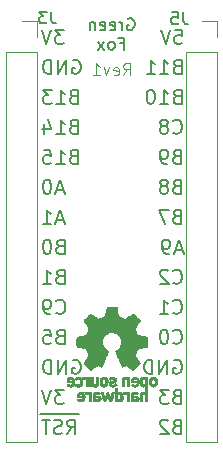
<source format=gbo>
%TF.GenerationSoftware,KiCad,Pcbnew,5.1.8-db9833491~88~ubuntu20.04.1*%
%TF.CreationDate,2021-01-17T16:38:17+01:00*%
%TF.ProjectId,GreenFox,47726565-6e46-46f7-982e-6b696361645f,Rev1*%
%TF.SameCoordinates,PX6d01460PY68c4118*%
%TF.FileFunction,Legend,Bot*%
%TF.FilePolarity,Positive*%
%FSLAX46Y46*%
G04 Gerber Fmt 4.6, Leading zero omitted, Abs format (unit mm)*
G04 Created by KiCad (PCBNEW 5.1.8-db9833491~88~ubuntu20.04.1) date 2021-01-17 16:38:17*
%MOMM*%
%LPD*%
G01*
G04 APERTURE LIST*
%ADD10C,0.150000*%
%ADD11C,0.120000*%
%ADD12C,0.200000*%
%ADD13C,0.010000*%
G04 APERTURE END LIST*
D10*
X11517142Y45330500D02*
X11612380Y45378120D01*
X11755238Y45378120D01*
X11898095Y45330500D01*
X11993333Y45235262D01*
X12040952Y45140024D01*
X12088571Y44949548D01*
X12088571Y44806691D01*
X12040952Y44616215D01*
X11993333Y44520977D01*
X11898095Y44425739D01*
X11755238Y44378120D01*
X11660000Y44378120D01*
X11517142Y44425739D01*
X11469523Y44473358D01*
X11469523Y44806691D01*
X11660000Y44806691D01*
X11040952Y44378120D02*
X11040952Y45044786D01*
X11040952Y44854310D02*
X10993333Y44949548D01*
X10945714Y44997167D01*
X10850476Y45044786D01*
X10755238Y45044786D01*
X10040952Y44425739D02*
X10136190Y44378120D01*
X10326666Y44378120D01*
X10421904Y44425739D01*
X10469523Y44520977D01*
X10469523Y44901929D01*
X10421904Y44997167D01*
X10326666Y45044786D01*
X10136190Y45044786D01*
X10040952Y44997167D01*
X9993333Y44901929D01*
X9993333Y44806691D01*
X10469523Y44711453D01*
X9183809Y44425739D02*
X9279047Y44378120D01*
X9469523Y44378120D01*
X9564761Y44425739D01*
X9612380Y44520977D01*
X9612380Y44901929D01*
X9564761Y44997167D01*
X9469523Y45044786D01*
X9279047Y45044786D01*
X9183809Y44997167D01*
X9136190Y44901929D01*
X9136190Y44806691D01*
X9612380Y44711453D01*
X8707619Y45044786D02*
X8707619Y44378120D01*
X8707619Y44949548D02*
X8660000Y44997167D01*
X8564761Y45044786D01*
X8421904Y45044786D01*
X8326666Y44997167D01*
X8279047Y44901929D01*
X8279047Y44378120D01*
X10874285Y43251929D02*
X11207619Y43251929D01*
X11207619Y42728120D02*
X11207619Y43728120D01*
X10731428Y43728120D01*
X10207619Y42728120D02*
X10302857Y42775739D01*
X10350476Y42823358D01*
X10398095Y42918596D01*
X10398095Y43204310D01*
X10350476Y43299548D01*
X10302857Y43347167D01*
X10207619Y43394786D01*
X10064761Y43394786D01*
X9969523Y43347167D01*
X9921904Y43299548D01*
X9874285Y43204310D01*
X9874285Y42918596D01*
X9921904Y42823358D01*
X9969523Y42775739D01*
X10064761Y42728120D01*
X10207619Y42728120D01*
X9540952Y42728120D02*
X9017142Y43394786D01*
X9540952Y43394786D02*
X9017142Y42728120D01*
D11*
X11136190Y40568620D02*
X11469523Y41044810D01*
X11707619Y40568620D02*
X11707619Y41568620D01*
X11326666Y41568620D01*
X11231428Y41521000D01*
X11183809Y41473381D01*
X11136190Y41378143D01*
X11136190Y41235286D01*
X11183809Y41140048D01*
X11231428Y41092429D01*
X11326666Y41044810D01*
X11707619Y41044810D01*
X10326666Y40616239D02*
X10421904Y40568620D01*
X10612380Y40568620D01*
X10707619Y40616239D01*
X10755238Y40711477D01*
X10755238Y41092429D01*
X10707619Y41187667D01*
X10612380Y41235286D01*
X10421904Y41235286D01*
X10326666Y41187667D01*
X10279047Y41092429D01*
X10279047Y40997191D01*
X10755238Y40901953D01*
X9945714Y41235286D02*
X9707619Y40568620D01*
X9469523Y41235286D01*
X8564761Y40568620D02*
X9136190Y40568620D01*
X8850476Y40568620D02*
X8850476Y41568620D01*
X8945714Y41425762D01*
X9040952Y41330524D01*
X9136190Y41282905D01*
D12*
X6110619Y13928643D02*
X5367761Y13928643D01*
X5767761Y13471500D01*
X5596333Y13471500D01*
X5482047Y13414358D01*
X5424904Y13357215D01*
X5367761Y13242929D01*
X5367761Y12957215D01*
X5424904Y12842929D01*
X5482047Y12785786D01*
X5596333Y12728643D01*
X5939190Y12728643D01*
X6053476Y12785786D01*
X6110619Y12842929D01*
X5024904Y13928643D02*
X4624904Y12728643D01*
X4224904Y13928643D01*
X7367761Y11855500D02*
X6167761Y11855500D01*
X6396333Y10188643D02*
X6796333Y10760072D01*
X7082047Y10188643D02*
X7082047Y11388643D01*
X6624904Y11388643D01*
X6510619Y11331500D01*
X6453476Y11274358D01*
X6396333Y11160072D01*
X6396333Y10988643D01*
X6453476Y10874358D01*
X6510619Y10817215D01*
X6624904Y10760072D01*
X7082047Y10760072D01*
X6167761Y11855500D02*
X5024904Y11855500D01*
X5939190Y10245786D02*
X5767761Y10188643D01*
X5482047Y10188643D01*
X5367761Y10245786D01*
X5310619Y10302929D01*
X5253476Y10417215D01*
X5253476Y10531500D01*
X5310619Y10645786D01*
X5367761Y10702929D01*
X5482047Y10760072D01*
X5710619Y10817215D01*
X5824904Y10874358D01*
X5882047Y10931500D01*
X5939190Y11045786D01*
X5939190Y11160072D01*
X5882047Y11274358D01*
X5824904Y11331500D01*
X5710619Y11388643D01*
X5424904Y11388643D01*
X5253476Y11331500D01*
X5024904Y11855500D02*
X4110619Y11855500D01*
X4910619Y11388643D02*
X4224904Y11388643D01*
X4567761Y10188643D02*
X4567761Y11388643D01*
X6110619Y44408643D02*
X5367761Y44408643D01*
X5767761Y43951500D01*
X5596333Y43951500D01*
X5482047Y43894358D01*
X5424904Y43837215D01*
X5367761Y43722929D01*
X5367761Y43437215D01*
X5424904Y43322929D01*
X5482047Y43265786D01*
X5596333Y43208643D01*
X5939190Y43208643D01*
X6053476Y43265786D01*
X6110619Y43322929D01*
X5024904Y44408643D02*
X4624904Y43208643D01*
X4224904Y44408643D01*
X6853476Y16411500D02*
X6967761Y16468643D01*
X7139190Y16468643D01*
X7310619Y16411500D01*
X7424904Y16297215D01*
X7482047Y16182929D01*
X7539190Y15954358D01*
X7539190Y15782929D01*
X7482047Y15554358D01*
X7424904Y15440072D01*
X7310619Y15325786D01*
X7139190Y15268643D01*
X7024904Y15268643D01*
X6853476Y15325786D01*
X6796333Y15382929D01*
X6796333Y15782929D01*
X7024904Y15782929D01*
X6282047Y15268643D02*
X6282047Y16468643D01*
X5596333Y15268643D01*
X5596333Y16468643D01*
X5024904Y15268643D02*
X5024904Y16468643D01*
X4739190Y16468643D01*
X4567761Y16411500D01*
X4453476Y16297215D01*
X4396333Y16182929D01*
X4339190Y15954358D01*
X4339190Y15782929D01*
X4396333Y15554358D01*
X4453476Y15440072D01*
X4567761Y15325786D01*
X4739190Y15268643D01*
X5024904Y15268643D01*
X5767761Y26057215D02*
X5596333Y26000072D01*
X5539190Y25942929D01*
X5482047Y25828643D01*
X5482047Y25657215D01*
X5539190Y25542929D01*
X5596333Y25485786D01*
X5710619Y25428643D01*
X6167761Y25428643D01*
X6167761Y26628643D01*
X5767761Y26628643D01*
X5653476Y26571500D01*
X5596333Y26514358D01*
X5539190Y26400072D01*
X5539190Y26285786D01*
X5596333Y26171500D01*
X5653476Y26114358D01*
X5767761Y26057215D01*
X6167761Y26057215D01*
X4739190Y26628643D02*
X4624904Y26628643D01*
X4510619Y26571500D01*
X4453476Y26514358D01*
X4396333Y26400072D01*
X4339190Y26171500D01*
X4339190Y25885786D01*
X4396333Y25657215D01*
X4453476Y25542929D01*
X4510619Y25485786D01*
X4624904Y25428643D01*
X4739190Y25428643D01*
X4853476Y25485786D01*
X4910619Y25542929D01*
X4967761Y25657215D01*
X5024904Y25885786D01*
X5024904Y26171500D01*
X4967761Y26400072D01*
X4910619Y26514358D01*
X4853476Y26571500D01*
X4739190Y26628643D01*
X5767761Y18437215D02*
X5596333Y18380072D01*
X5539190Y18322929D01*
X5482047Y18208643D01*
X5482047Y18037215D01*
X5539190Y17922929D01*
X5596333Y17865786D01*
X5710619Y17808643D01*
X6167761Y17808643D01*
X6167761Y19008643D01*
X5767761Y19008643D01*
X5653476Y18951500D01*
X5596333Y18894358D01*
X5539190Y18780072D01*
X5539190Y18665786D01*
X5596333Y18551500D01*
X5653476Y18494358D01*
X5767761Y18437215D01*
X6167761Y18437215D01*
X4396333Y19008643D02*
X4967761Y19008643D01*
X5024904Y18437215D01*
X4967761Y18494358D01*
X4853476Y18551500D01*
X4567761Y18551500D01*
X4453476Y18494358D01*
X4396333Y18437215D01*
X4339190Y18322929D01*
X4339190Y18037215D01*
X4396333Y17922929D01*
X4453476Y17865786D01*
X4567761Y17808643D01*
X4853476Y17808643D01*
X4967761Y17865786D01*
X5024904Y17922929D01*
X6053476Y28311500D02*
X5482047Y28311500D01*
X6167761Y27968643D02*
X5767761Y29168643D01*
X5367761Y27968643D01*
X4339190Y27968643D02*
X5024904Y27968643D01*
X4682047Y27968643D02*
X4682047Y29168643D01*
X4796333Y28997215D01*
X4910619Y28882929D01*
X5024904Y28825786D01*
X6910619Y38757215D02*
X6739190Y38700072D01*
X6682047Y38642929D01*
X6624904Y38528643D01*
X6624904Y38357215D01*
X6682047Y38242929D01*
X6739190Y38185786D01*
X6853476Y38128643D01*
X7310619Y38128643D01*
X7310619Y39328643D01*
X6910619Y39328643D01*
X6796333Y39271500D01*
X6739190Y39214358D01*
X6682047Y39100072D01*
X6682047Y38985786D01*
X6739190Y38871500D01*
X6796333Y38814358D01*
X6910619Y38757215D01*
X7310619Y38757215D01*
X5482047Y38128643D02*
X6167761Y38128643D01*
X5824904Y38128643D02*
X5824904Y39328643D01*
X5939190Y39157215D01*
X6053476Y39042929D01*
X6167761Y38985786D01*
X5082047Y39328643D02*
X4339190Y39328643D01*
X4739190Y38871500D01*
X4567761Y38871500D01*
X4453476Y38814358D01*
X4396333Y38757215D01*
X4339190Y38642929D01*
X4339190Y38357215D01*
X4396333Y38242929D01*
X4453476Y38185786D01*
X4567761Y38128643D01*
X4910619Y38128643D01*
X5024904Y38185786D01*
X5082047Y38242929D01*
X6853476Y41811500D02*
X6967761Y41868643D01*
X7139190Y41868643D01*
X7310619Y41811500D01*
X7424904Y41697215D01*
X7482047Y41582929D01*
X7539190Y41354358D01*
X7539190Y41182929D01*
X7482047Y40954358D01*
X7424904Y40840072D01*
X7310619Y40725786D01*
X7139190Y40668643D01*
X7024904Y40668643D01*
X6853476Y40725786D01*
X6796333Y40782929D01*
X6796333Y41182929D01*
X7024904Y41182929D01*
X6282047Y40668643D02*
X6282047Y41868643D01*
X5596333Y40668643D01*
X5596333Y41868643D01*
X5024904Y40668643D02*
X5024904Y41868643D01*
X4739190Y41868643D01*
X4567761Y41811500D01*
X4453476Y41697215D01*
X4396333Y41582929D01*
X4339190Y41354358D01*
X4339190Y41182929D01*
X4396333Y40954358D01*
X4453476Y40840072D01*
X4567761Y40725786D01*
X4739190Y40668643D01*
X5024904Y40668643D01*
X6910619Y36217215D02*
X6739190Y36160072D01*
X6682047Y36102929D01*
X6624904Y35988643D01*
X6624904Y35817215D01*
X6682047Y35702929D01*
X6739190Y35645786D01*
X6853476Y35588643D01*
X7310619Y35588643D01*
X7310619Y36788643D01*
X6910619Y36788643D01*
X6796333Y36731500D01*
X6739190Y36674358D01*
X6682047Y36560072D01*
X6682047Y36445786D01*
X6739190Y36331500D01*
X6796333Y36274358D01*
X6910619Y36217215D01*
X7310619Y36217215D01*
X5482047Y35588643D02*
X6167761Y35588643D01*
X5824904Y35588643D02*
X5824904Y36788643D01*
X5939190Y36617215D01*
X6053476Y36502929D01*
X6167761Y36445786D01*
X4453476Y36388643D02*
X4453476Y35588643D01*
X4739190Y36845786D02*
X5024904Y35988643D01*
X4282047Y35988643D01*
X5767761Y23517215D02*
X5596333Y23460072D01*
X5539190Y23402929D01*
X5482047Y23288643D01*
X5482047Y23117215D01*
X5539190Y23002929D01*
X5596333Y22945786D01*
X5710619Y22888643D01*
X6167761Y22888643D01*
X6167761Y24088643D01*
X5767761Y24088643D01*
X5653476Y24031500D01*
X5596333Y23974358D01*
X5539190Y23860072D01*
X5539190Y23745786D01*
X5596333Y23631500D01*
X5653476Y23574358D01*
X5767761Y23517215D01*
X6167761Y23517215D01*
X4339190Y22888643D02*
X5024904Y22888643D01*
X4682047Y22888643D02*
X4682047Y24088643D01*
X4796333Y23917215D01*
X4910619Y23802929D01*
X5024904Y23745786D01*
X5482047Y20462929D02*
X5539190Y20405786D01*
X5710619Y20348643D01*
X5824904Y20348643D01*
X5996333Y20405786D01*
X6110619Y20520072D01*
X6167761Y20634358D01*
X6224904Y20862929D01*
X6224904Y21034358D01*
X6167761Y21262929D01*
X6110619Y21377215D01*
X5996333Y21491500D01*
X5824904Y21548643D01*
X5710619Y21548643D01*
X5539190Y21491500D01*
X5482047Y21434358D01*
X4910619Y20348643D02*
X4682047Y20348643D01*
X4567761Y20405786D01*
X4510619Y20462929D01*
X4396333Y20634358D01*
X4339190Y20862929D01*
X4339190Y21320072D01*
X4396333Y21434358D01*
X4453476Y21491500D01*
X4567761Y21548643D01*
X4796333Y21548643D01*
X4910619Y21491500D01*
X4967761Y21434358D01*
X5024904Y21320072D01*
X5024904Y21034358D01*
X4967761Y20920072D01*
X4910619Y20862929D01*
X4796333Y20805786D01*
X4567761Y20805786D01*
X4453476Y20862929D01*
X4396333Y20920072D01*
X4339190Y21034358D01*
X6910619Y33677215D02*
X6739190Y33620072D01*
X6682047Y33562929D01*
X6624904Y33448643D01*
X6624904Y33277215D01*
X6682047Y33162929D01*
X6739190Y33105786D01*
X6853476Y33048643D01*
X7310619Y33048643D01*
X7310619Y34248643D01*
X6910619Y34248643D01*
X6796333Y34191500D01*
X6739190Y34134358D01*
X6682047Y34020072D01*
X6682047Y33905786D01*
X6739190Y33791500D01*
X6796333Y33734358D01*
X6910619Y33677215D01*
X7310619Y33677215D01*
X5482047Y33048643D02*
X6167761Y33048643D01*
X5824904Y33048643D02*
X5824904Y34248643D01*
X5939190Y34077215D01*
X6053476Y33962929D01*
X6167761Y33905786D01*
X4396333Y34248643D02*
X4967761Y34248643D01*
X5024904Y33677215D01*
X4967761Y33734358D01*
X4853476Y33791500D01*
X4567761Y33791500D01*
X4453476Y33734358D01*
X4396333Y33677215D01*
X4339190Y33562929D01*
X4339190Y33277215D01*
X4396333Y33162929D01*
X4453476Y33105786D01*
X4567761Y33048643D01*
X4853476Y33048643D01*
X4967761Y33105786D01*
X5024904Y33162929D01*
X6053476Y30851500D02*
X5482047Y30851500D01*
X6167761Y30508643D02*
X5767761Y31708643D01*
X5367761Y30508643D01*
X4739190Y31708643D02*
X4624904Y31708643D01*
X4510619Y31651500D01*
X4453476Y31594358D01*
X4396333Y31480072D01*
X4339190Y31251500D01*
X4339190Y30965786D01*
X4396333Y30737215D01*
X4453476Y30622929D01*
X4510619Y30565786D01*
X4624904Y30508643D01*
X4739190Y30508643D01*
X4853476Y30565786D01*
X4910619Y30622929D01*
X4967761Y30737215D01*
X5024904Y30965786D01*
X5024904Y31251500D01*
X4967761Y31480072D01*
X4910619Y31594358D01*
X4853476Y31651500D01*
X4739190Y31708643D01*
X15379356Y17922929D02*
X15436499Y17865786D01*
X15607927Y17808643D01*
X15722213Y17808643D01*
X15893642Y17865786D01*
X16007927Y17980072D01*
X16065070Y18094358D01*
X16122213Y18322929D01*
X16122213Y18494358D01*
X16065070Y18722929D01*
X16007927Y18837215D01*
X15893642Y18951500D01*
X15722213Y19008643D01*
X15607927Y19008643D01*
X15436499Y18951500D01*
X15379356Y18894358D01*
X14636499Y19008643D02*
X14522213Y19008643D01*
X14407927Y18951500D01*
X14350785Y18894358D01*
X14293642Y18780072D01*
X14236499Y18551500D01*
X14236499Y18265786D01*
X14293642Y18037215D01*
X14350785Y17922929D01*
X14407927Y17865786D01*
X14522213Y17808643D01*
X14636499Y17808643D01*
X14750785Y17865786D01*
X14807927Y17922929D01*
X14865070Y18037215D01*
X14922213Y18265786D01*
X14922213Y18551500D01*
X14865070Y18780072D01*
X14807927Y18894358D01*
X14750785Y18951500D01*
X14636499Y19008643D01*
X15665070Y13357215D02*
X15493642Y13300072D01*
X15436499Y13242929D01*
X15379356Y13128643D01*
X15379356Y12957215D01*
X15436499Y12842929D01*
X15493642Y12785786D01*
X15607927Y12728643D01*
X16065070Y12728643D01*
X16065070Y13928643D01*
X15665070Y13928643D01*
X15550785Y13871500D01*
X15493642Y13814358D01*
X15436499Y13700072D01*
X15436499Y13585786D01*
X15493642Y13471500D01*
X15550785Y13414358D01*
X15665070Y13357215D01*
X16065070Y13357215D01*
X14979356Y13928643D02*
X14236499Y13928643D01*
X14636499Y13471500D01*
X14465070Y13471500D01*
X14350785Y13414358D01*
X14293642Y13357215D01*
X14236499Y13242929D01*
X14236499Y12957215D01*
X14293642Y12842929D01*
X14350785Y12785786D01*
X14465070Y12728643D01*
X14807927Y12728643D01*
X14922213Y12785786D01*
X14979356Y12842929D01*
X15379356Y35702929D02*
X15436499Y35645786D01*
X15607927Y35588643D01*
X15722213Y35588643D01*
X15893642Y35645786D01*
X16007927Y35760072D01*
X16065070Y35874358D01*
X16122213Y36102929D01*
X16122213Y36274358D01*
X16065070Y36502929D01*
X16007927Y36617215D01*
X15893642Y36731500D01*
X15722213Y36788643D01*
X15607927Y36788643D01*
X15436499Y36731500D01*
X15379356Y36674358D01*
X14693642Y36274358D02*
X14807927Y36331500D01*
X14865070Y36388643D01*
X14922213Y36502929D01*
X14922213Y36560072D01*
X14865070Y36674358D01*
X14807927Y36731500D01*
X14693642Y36788643D01*
X14465070Y36788643D01*
X14350785Y36731500D01*
X14293642Y36674358D01*
X14236499Y36560072D01*
X14236499Y36502929D01*
X14293642Y36388643D01*
X14350785Y36331500D01*
X14465070Y36274358D01*
X14693642Y36274358D01*
X14807927Y36217215D01*
X14865070Y36160072D01*
X14922213Y36045786D01*
X14922213Y35817215D01*
X14865070Y35702929D01*
X14807927Y35645786D01*
X14693642Y35588643D01*
X14465070Y35588643D01*
X14350785Y35645786D01*
X14293642Y35702929D01*
X14236499Y35817215D01*
X14236499Y36045786D01*
X14293642Y36160072D01*
X14350785Y36217215D01*
X14465070Y36274358D01*
X15665070Y28597215D02*
X15493642Y28540072D01*
X15436499Y28482929D01*
X15379356Y28368643D01*
X15379356Y28197215D01*
X15436499Y28082929D01*
X15493642Y28025786D01*
X15607927Y27968643D01*
X16065070Y27968643D01*
X16065070Y29168643D01*
X15665070Y29168643D01*
X15550785Y29111500D01*
X15493642Y29054358D01*
X15436499Y28940072D01*
X15436499Y28825786D01*
X15493642Y28711500D01*
X15550785Y28654358D01*
X15665070Y28597215D01*
X16065070Y28597215D01*
X14979356Y29168643D02*
X14179356Y29168643D01*
X14693642Y27968643D01*
X16122213Y25771500D02*
X15550785Y25771500D01*
X16236499Y25428643D02*
X15836499Y26628643D01*
X15436499Y25428643D01*
X14979356Y25428643D02*
X14750785Y25428643D01*
X14636499Y25485786D01*
X14579356Y25542929D01*
X14465070Y25714358D01*
X14407927Y25942929D01*
X14407927Y26400072D01*
X14465070Y26514358D01*
X14522213Y26571500D01*
X14636499Y26628643D01*
X14865070Y26628643D01*
X14979356Y26571500D01*
X15036499Y26514358D01*
X15093642Y26400072D01*
X15093642Y26114358D01*
X15036499Y26000072D01*
X14979356Y25942929D01*
X14865070Y25885786D01*
X14636499Y25885786D01*
X14522213Y25942929D01*
X14465070Y26000072D01*
X14407927Y26114358D01*
X15665070Y31137215D02*
X15493642Y31080072D01*
X15436499Y31022929D01*
X15379356Y30908643D01*
X15379356Y30737215D01*
X15436499Y30622929D01*
X15493642Y30565786D01*
X15607927Y30508643D01*
X16065070Y30508643D01*
X16065070Y31708643D01*
X15665070Y31708643D01*
X15550785Y31651500D01*
X15493642Y31594358D01*
X15436499Y31480072D01*
X15436499Y31365786D01*
X15493642Y31251500D01*
X15550785Y31194358D01*
X15665070Y31137215D01*
X16065070Y31137215D01*
X14693642Y31194358D02*
X14807927Y31251500D01*
X14865070Y31308643D01*
X14922213Y31422929D01*
X14922213Y31480072D01*
X14865070Y31594358D01*
X14807927Y31651500D01*
X14693642Y31708643D01*
X14465070Y31708643D01*
X14350785Y31651500D01*
X14293642Y31594358D01*
X14236499Y31480072D01*
X14236499Y31422929D01*
X14293642Y31308643D01*
X14350785Y31251500D01*
X14465070Y31194358D01*
X14693642Y31194358D01*
X14807927Y31137215D01*
X14865070Y31080072D01*
X14922213Y30965786D01*
X14922213Y30737215D01*
X14865070Y30622929D01*
X14807927Y30565786D01*
X14693642Y30508643D01*
X14465070Y30508643D01*
X14350785Y30565786D01*
X14293642Y30622929D01*
X14236499Y30737215D01*
X14236499Y30965786D01*
X14293642Y31080072D01*
X14350785Y31137215D01*
X14465070Y31194358D01*
X15690428Y41297215D02*
X15519000Y41240072D01*
X15461857Y41182929D01*
X15404714Y41068643D01*
X15404714Y40897215D01*
X15461857Y40782929D01*
X15519000Y40725786D01*
X15633285Y40668643D01*
X16090428Y40668643D01*
X16090428Y41868643D01*
X15690428Y41868643D01*
X15576143Y41811500D01*
X15519000Y41754358D01*
X15461857Y41640072D01*
X15461857Y41525786D01*
X15519000Y41411500D01*
X15576143Y41354358D01*
X15690428Y41297215D01*
X16090428Y41297215D01*
X14261857Y40668643D02*
X14947571Y40668643D01*
X14604714Y40668643D02*
X14604714Y41868643D01*
X14719000Y41697215D01*
X14833285Y41582929D01*
X14947571Y41525786D01*
X13119000Y40668643D02*
X13804714Y40668643D01*
X13461857Y40668643D02*
X13461857Y41868643D01*
X13576143Y41697215D01*
X13690428Y41582929D01*
X13804714Y41525786D01*
X15436499Y16411500D02*
X15550785Y16468643D01*
X15722213Y16468643D01*
X15893642Y16411500D01*
X16007927Y16297215D01*
X16065070Y16182929D01*
X16122213Y15954358D01*
X16122213Y15782929D01*
X16065070Y15554358D01*
X16007927Y15440072D01*
X15893642Y15325786D01*
X15722213Y15268643D01*
X15607927Y15268643D01*
X15436499Y15325786D01*
X15379356Y15382929D01*
X15379356Y15782929D01*
X15607927Y15782929D01*
X14865070Y15268643D02*
X14865070Y16468643D01*
X14179356Y15268643D01*
X14179356Y16468643D01*
X13607927Y15268643D02*
X13607927Y16468643D01*
X13322213Y16468643D01*
X13150785Y16411500D01*
X13036499Y16297215D01*
X12979356Y16182929D01*
X12922213Y15954358D01*
X12922213Y15782929D01*
X12979356Y15554358D01*
X13036499Y15440072D01*
X13150785Y15325786D01*
X13322213Y15268643D01*
X13607927Y15268643D01*
X15690428Y38757215D02*
X15519000Y38700072D01*
X15461857Y38642929D01*
X15404714Y38528643D01*
X15404714Y38357215D01*
X15461857Y38242929D01*
X15519000Y38185786D01*
X15633285Y38128643D01*
X16090428Y38128643D01*
X16090428Y39328643D01*
X15690428Y39328643D01*
X15576143Y39271500D01*
X15519000Y39214358D01*
X15461857Y39100072D01*
X15461857Y38985786D01*
X15519000Y38871500D01*
X15576143Y38814358D01*
X15690428Y38757215D01*
X16090428Y38757215D01*
X14261857Y38128643D02*
X14947571Y38128643D01*
X14604714Y38128643D02*
X14604714Y39328643D01*
X14719000Y39157215D01*
X14833285Y39042929D01*
X14947571Y38985786D01*
X13519000Y39328643D02*
X13404714Y39328643D01*
X13290428Y39271500D01*
X13233285Y39214358D01*
X13176143Y39100072D01*
X13119000Y38871500D01*
X13119000Y38585786D01*
X13176143Y38357215D01*
X13233285Y38242929D01*
X13290428Y38185786D01*
X13404714Y38128643D01*
X13519000Y38128643D01*
X13633285Y38185786D01*
X13690428Y38242929D01*
X13747571Y38357215D01*
X13804714Y38585786D01*
X13804714Y38871500D01*
X13747571Y39100072D01*
X13690428Y39214358D01*
X13633285Y39271500D01*
X13519000Y39328643D01*
X15665070Y33677215D02*
X15493642Y33620072D01*
X15436499Y33562929D01*
X15379356Y33448643D01*
X15379356Y33277215D01*
X15436499Y33162929D01*
X15493642Y33105786D01*
X15607927Y33048643D01*
X16065070Y33048643D01*
X16065070Y34248643D01*
X15665070Y34248643D01*
X15550785Y34191500D01*
X15493642Y34134358D01*
X15436499Y34020072D01*
X15436499Y33905786D01*
X15493642Y33791500D01*
X15550785Y33734358D01*
X15665070Y33677215D01*
X16065070Y33677215D01*
X14807927Y33048643D02*
X14579356Y33048643D01*
X14465070Y33105786D01*
X14407927Y33162929D01*
X14293642Y33334358D01*
X14236499Y33562929D01*
X14236499Y34020072D01*
X14293642Y34134358D01*
X14350785Y34191500D01*
X14465070Y34248643D01*
X14693642Y34248643D01*
X14807927Y34191500D01*
X14865070Y34134358D01*
X14922213Y34020072D01*
X14922213Y33734358D01*
X14865070Y33620072D01*
X14807927Y33562929D01*
X14693642Y33505786D01*
X14465070Y33505786D01*
X14350785Y33562929D01*
X14293642Y33620072D01*
X14236499Y33734358D01*
X15519000Y44408643D02*
X16090428Y44408643D01*
X16147571Y43837215D01*
X16090428Y43894358D01*
X15976143Y43951500D01*
X15690428Y43951500D01*
X15576143Y43894358D01*
X15519000Y43837215D01*
X15461857Y43722929D01*
X15461857Y43437215D01*
X15519000Y43322929D01*
X15576143Y43265786D01*
X15690428Y43208643D01*
X15976143Y43208643D01*
X16090428Y43265786D01*
X16147571Y43322929D01*
X15119000Y44408643D02*
X14719000Y43208643D01*
X14319000Y44408643D01*
X15665070Y10817215D02*
X15493642Y10760072D01*
X15436499Y10702929D01*
X15379356Y10588643D01*
X15379356Y10417215D01*
X15436499Y10302929D01*
X15493642Y10245786D01*
X15607927Y10188643D01*
X16065070Y10188643D01*
X16065070Y11388643D01*
X15665070Y11388643D01*
X15550785Y11331500D01*
X15493642Y11274358D01*
X15436499Y11160072D01*
X15436499Y11045786D01*
X15493642Y10931500D01*
X15550785Y10874358D01*
X15665070Y10817215D01*
X16065070Y10817215D01*
X14922213Y11274358D02*
X14865070Y11331500D01*
X14750785Y11388643D01*
X14465070Y11388643D01*
X14350785Y11331500D01*
X14293642Y11274358D01*
X14236499Y11160072D01*
X14236499Y11045786D01*
X14293642Y10874358D01*
X14979356Y10188643D01*
X14236499Y10188643D01*
X15379356Y23002929D02*
X15436499Y22945786D01*
X15607927Y22888643D01*
X15722213Y22888643D01*
X15893642Y22945786D01*
X16007927Y23060072D01*
X16065070Y23174358D01*
X16122213Y23402929D01*
X16122213Y23574358D01*
X16065070Y23802929D01*
X16007927Y23917215D01*
X15893642Y24031500D01*
X15722213Y24088643D01*
X15607927Y24088643D01*
X15436499Y24031500D01*
X15379356Y23974358D01*
X14922213Y23974358D02*
X14865070Y24031500D01*
X14750785Y24088643D01*
X14465070Y24088643D01*
X14350785Y24031500D01*
X14293642Y23974358D01*
X14236499Y23860072D01*
X14236499Y23745786D01*
X14293642Y23574358D01*
X14979356Y22888643D01*
X14236499Y22888643D01*
X15379356Y20462929D02*
X15436499Y20405786D01*
X15607927Y20348643D01*
X15722213Y20348643D01*
X15893642Y20405786D01*
X16007927Y20520072D01*
X16065070Y20634358D01*
X16122213Y20862929D01*
X16122213Y21034358D01*
X16065070Y21262929D01*
X16007927Y21377215D01*
X15893642Y21491500D01*
X15722213Y21548643D01*
X15607927Y21548643D01*
X15436499Y21491500D01*
X15379356Y21434358D01*
X14236499Y20348643D02*
X14922213Y20348643D01*
X14579356Y20348643D02*
X14579356Y21548643D01*
X14693642Y21377215D01*
X14807927Y21262929D01*
X14922213Y21205786D01*
D13*
%TO.C,MARK2*%
G36*
X9659036Y20555924D02*
G01*
X9583487Y20155178D01*
X9025959Y19925346D01*
X8691535Y20152752D01*
X8597878Y20216069D01*
X8513218Y20272604D01*
X8441505Y20319773D01*
X8386689Y20354998D01*
X8352720Y20375695D01*
X8343470Y20380158D01*
X8326805Y20368680D01*
X8291194Y20336949D01*
X8240629Y20289017D01*
X8179100Y20228938D01*
X8110601Y20160767D01*
X8039121Y20088555D01*
X7968653Y20016358D01*
X7903189Y19948227D01*
X7846720Y19888217D01*
X7803237Y19840381D01*
X7776732Y19808773D01*
X7770395Y19798195D01*
X7779514Y19778694D01*
X7805080Y19735969D01*
X7844403Y19674202D01*
X7894797Y19597569D01*
X7953573Y19510252D01*
X7987632Y19460448D01*
X8049711Y19369507D01*
X8104874Y19287441D01*
X8150446Y19218337D01*
X8183750Y19166278D01*
X8202110Y19135350D01*
X8204869Y19128850D01*
X8198615Y19110379D01*
X8181566Y19067328D01*
X8156297Y19005751D01*
X8125378Y18931701D01*
X8091382Y18851230D01*
X8056882Y18770393D01*
X8024449Y18695242D01*
X7996657Y18631829D01*
X7976077Y18586207D01*
X7965281Y18564431D01*
X7964644Y18563574D01*
X7947693Y18559416D01*
X7902549Y18550139D01*
X7833890Y18536656D01*
X7746398Y18519879D01*
X7644750Y18500719D01*
X7585444Y18489670D01*
X7476828Y18468990D01*
X7378723Y18449311D01*
X7296091Y18431711D01*
X7233896Y18417267D01*
X7197101Y18407054D01*
X7189704Y18403814D01*
X7182460Y18381883D01*
X7176615Y18332353D01*
X7172165Y18261015D01*
X7169107Y18173661D01*
X7167435Y18076083D01*
X7167147Y17974074D01*
X7168239Y17873425D01*
X7170706Y17779928D01*
X7174544Y17699375D01*
X7179750Y17637558D01*
X7186319Y17600270D01*
X7190259Y17592507D01*
X7213812Y17583202D01*
X7263718Y17569900D01*
X7333377Y17554163D01*
X7416187Y17537554D01*
X7445095Y17532181D01*
X7584469Y17506652D01*
X7694564Y17486092D01*
X7779018Y17469685D01*
X7841470Y17456613D01*
X7885556Y17446059D01*
X7914915Y17437206D01*
X7933185Y17429237D01*
X7944002Y17421335D01*
X7945515Y17419773D01*
X7960623Y17394614D01*
X7983671Y17345650D01*
X8012356Y17278879D01*
X8044378Y17200295D01*
X8077435Y17115893D01*
X8109227Y17031670D01*
X8137451Y16953621D01*
X8159807Y16887741D01*
X8173993Y16840027D01*
X8177707Y16816473D01*
X8177398Y16815648D01*
X8164811Y16796396D01*
X8136256Y16754037D01*
X8094733Y16692979D01*
X8043244Y16617632D01*
X7984789Y16532404D01*
X7968142Y16508185D01*
X7908785Y16420377D01*
X7856553Y16340262D01*
X7814292Y16272438D01*
X7784847Y16221507D01*
X7771063Y16192069D01*
X7770395Y16188452D01*
X7781976Y16169443D01*
X7813976Y16131786D01*
X7862282Y16079527D01*
X7922780Y16016714D01*
X7991356Y15947394D01*
X8063896Y15875615D01*
X8136288Y15805423D01*
X8204416Y15740865D01*
X8264168Y15685990D01*
X8311429Y15644844D01*
X8342087Y15621474D01*
X8350568Y15617658D01*
X8370309Y15626645D01*
X8410726Y15650884D01*
X8465237Y15686291D01*
X8507177Y15714789D01*
X8583171Y15767082D01*
X8673166Y15828655D01*
X8763436Y15890130D01*
X8811968Y15923031D01*
X8976238Y16034141D01*
X9114131Y15959584D01*
X9176951Y15926922D01*
X9230371Y15901534D01*
X9266516Y15887054D01*
X9275716Y15885040D01*
X9286779Y15899916D01*
X9308606Y15941953D01*
X9339566Y16007273D01*
X9378030Y16092000D01*
X9422368Y16192255D01*
X9470953Y16304161D01*
X9522154Y16423841D01*
X9574341Y16547416D01*
X9625887Y16671009D01*
X9675160Y16790743D01*
X9720533Y16902741D01*
X9760375Y17003123D01*
X9793058Y17088014D01*
X9816951Y17153535D01*
X9830426Y17195810D01*
X9832594Y17210328D01*
X9815417Y17228847D01*
X9777810Y17258910D01*
X9727634Y17294268D01*
X9723422Y17297066D01*
X9593736Y17400875D01*
X9489166Y17521985D01*
X9410619Y17656524D01*
X9359001Y17800618D01*
X9335218Y17950395D01*
X9340177Y18101983D01*
X9374783Y18251508D01*
X9439943Y18395100D01*
X9459114Y18426516D01*
X9558826Y18553375D01*
X9676623Y18655245D01*
X9808429Y18731596D01*
X9950167Y18781898D01*
X10097758Y18805621D01*
X10247127Y18802235D01*
X10394197Y18771212D01*
X10534889Y18712020D01*
X10665127Y18624131D01*
X10705414Y18588458D01*
X10807945Y18476794D01*
X10882659Y18359243D01*
X10933910Y18227480D01*
X10962454Y18096993D01*
X10969500Y17950284D01*
X10946004Y17802847D01*
X10894351Y17659666D01*
X10816929Y17525723D01*
X10716125Y17406002D01*
X10594324Y17305486D01*
X10578316Y17294891D01*
X10527602Y17260194D01*
X10489050Y17230130D01*
X10470619Y17210935D01*
X10470351Y17210328D01*
X10474308Y17189564D01*
X10489993Y17142438D01*
X10515778Y17072827D01*
X10550031Y16984607D01*
X10591123Y16881656D01*
X10637424Y16767850D01*
X10687304Y16647065D01*
X10739133Y16523179D01*
X10791281Y16400068D01*
X10842118Y16281609D01*
X10890013Y16171677D01*
X10933338Y16074151D01*
X10970462Y15992907D01*
X10999756Y15931821D01*
X11019588Y15894770D01*
X11027574Y15885040D01*
X11051979Y15892617D01*
X11097642Y15912940D01*
X11156690Y15942375D01*
X11189160Y15959584D01*
X11327053Y16034141D01*
X11491323Y15923031D01*
X11575179Y15866110D01*
X11666987Y15803470D01*
X11753020Y15744489D01*
X11796113Y15714789D01*
X11856723Y15674090D01*
X11908045Y15641837D01*
X11943385Y15622116D01*
X11954863Y15617946D01*
X11971570Y15629193D01*
X12008546Y15660589D01*
X12062205Y15708876D01*
X12128962Y15770792D01*
X12205234Y15843079D01*
X12253473Y15889492D01*
X12337867Y15972413D01*
X12410803Y16046580D01*
X12469331Y16108820D01*
X12510503Y16155959D01*
X12531372Y16184827D01*
X12533374Y16190685D01*
X12524083Y16212968D01*
X12498409Y16258023D01*
X12459200Y16321289D01*
X12409303Y16398205D01*
X12351567Y16484208D01*
X12335149Y16508185D01*
X12275323Y16595330D01*
X12221650Y16673790D01*
X12177130Y16739155D01*
X12144765Y16787016D01*
X12127555Y16812965D01*
X12125893Y16815648D01*
X12128379Y16836328D01*
X12141577Y16881796D01*
X12163186Y16946056D01*
X12190904Y17023113D01*
X12222430Y17106971D01*
X12255463Y17191634D01*
X12287701Y17271108D01*
X12316843Y17339396D01*
X12340588Y17390503D01*
X12356635Y17418433D01*
X12357775Y17419773D01*
X12367588Y17427755D01*
X12384161Y17435649D01*
X12411132Y17444271D01*
X12452139Y17454438D01*
X12510820Y17466969D01*
X12590813Y17482679D01*
X12695755Y17502387D01*
X12829285Y17526908D01*
X12858196Y17532181D01*
X12943882Y17548736D01*
X13018582Y17564931D01*
X13075694Y17579204D01*
X13108617Y17589992D01*
X13113031Y17592507D01*
X13120306Y17614804D01*
X13126219Y17664631D01*
X13130766Y17736196D01*
X13133945Y17823707D01*
X13135749Y17921372D01*
X13136177Y18023399D01*
X13135223Y18123997D01*
X13132884Y18217373D01*
X13129156Y18297735D01*
X13124034Y18359291D01*
X13117516Y18396250D01*
X13113586Y18403814D01*
X13091708Y18411444D01*
X13041891Y18423858D01*
X12969097Y18439978D01*
X12878289Y18458727D01*
X12774431Y18479029D01*
X12717846Y18489670D01*
X12610486Y18509740D01*
X12514746Y18527920D01*
X12435306Y18543301D01*
X12376846Y18554969D01*
X12344045Y18562012D01*
X12338646Y18563574D01*
X12329522Y18581178D01*
X12310235Y18623582D01*
X12283355Y18684728D01*
X12251454Y18758557D01*
X12217102Y18839011D01*
X12182871Y18920032D01*
X12151331Y18995563D01*
X12125054Y19059545D01*
X12106611Y19105920D01*
X12098571Y19128631D01*
X12098422Y19129624D01*
X12107535Y19147539D01*
X12133086Y19188767D01*
X12172388Y19249209D01*
X12222757Y19324769D01*
X12281506Y19411348D01*
X12315658Y19461079D01*
X12377890Y19552264D01*
X12433164Y19635051D01*
X12478782Y19705251D01*
X12512048Y19758676D01*
X12530264Y19791139D01*
X12532895Y19798417D01*
X12521586Y19815355D01*
X12490319Y19851522D01*
X12443090Y19902865D01*
X12383892Y19965333D01*
X12316719Y20034874D01*
X12245566Y20107435D01*
X12174426Y20178965D01*
X12107293Y20245413D01*
X12048161Y20302726D01*
X12001025Y20346853D01*
X11969877Y20373741D01*
X11959457Y20380158D01*
X11942491Y20371135D01*
X11901911Y20345785D01*
X11841663Y20306690D01*
X11765693Y20256429D01*
X11677946Y20197583D01*
X11611756Y20152752D01*
X11277332Y19925346D01*
X10998567Y20040262D01*
X10719803Y20155178D01*
X10644254Y20555924D01*
X10568706Y20956671D01*
X9734585Y20956671D01*
X9659036Y20555924D01*
G37*
X9659036Y20555924D02*
X9583487Y20155178D01*
X9025959Y19925346D01*
X8691535Y20152752D01*
X8597878Y20216069D01*
X8513218Y20272604D01*
X8441505Y20319773D01*
X8386689Y20354998D01*
X8352720Y20375695D01*
X8343470Y20380158D01*
X8326805Y20368680D01*
X8291194Y20336949D01*
X8240629Y20289017D01*
X8179100Y20228938D01*
X8110601Y20160767D01*
X8039121Y20088555D01*
X7968653Y20016358D01*
X7903189Y19948227D01*
X7846720Y19888217D01*
X7803237Y19840381D01*
X7776732Y19808773D01*
X7770395Y19798195D01*
X7779514Y19778694D01*
X7805080Y19735969D01*
X7844403Y19674202D01*
X7894797Y19597569D01*
X7953573Y19510252D01*
X7987632Y19460448D01*
X8049711Y19369507D01*
X8104874Y19287441D01*
X8150446Y19218337D01*
X8183750Y19166278D01*
X8202110Y19135350D01*
X8204869Y19128850D01*
X8198615Y19110379D01*
X8181566Y19067328D01*
X8156297Y19005751D01*
X8125378Y18931701D01*
X8091382Y18851230D01*
X8056882Y18770393D01*
X8024449Y18695242D01*
X7996657Y18631829D01*
X7976077Y18586207D01*
X7965281Y18564431D01*
X7964644Y18563574D01*
X7947693Y18559416D01*
X7902549Y18550139D01*
X7833890Y18536656D01*
X7746398Y18519879D01*
X7644750Y18500719D01*
X7585444Y18489670D01*
X7476828Y18468990D01*
X7378723Y18449311D01*
X7296091Y18431711D01*
X7233896Y18417267D01*
X7197101Y18407054D01*
X7189704Y18403814D01*
X7182460Y18381883D01*
X7176615Y18332353D01*
X7172165Y18261015D01*
X7169107Y18173661D01*
X7167435Y18076083D01*
X7167147Y17974074D01*
X7168239Y17873425D01*
X7170706Y17779928D01*
X7174544Y17699375D01*
X7179750Y17637558D01*
X7186319Y17600270D01*
X7190259Y17592507D01*
X7213812Y17583202D01*
X7263718Y17569900D01*
X7333377Y17554163D01*
X7416187Y17537554D01*
X7445095Y17532181D01*
X7584469Y17506652D01*
X7694564Y17486092D01*
X7779018Y17469685D01*
X7841470Y17456613D01*
X7885556Y17446059D01*
X7914915Y17437206D01*
X7933185Y17429237D01*
X7944002Y17421335D01*
X7945515Y17419773D01*
X7960623Y17394614D01*
X7983671Y17345650D01*
X8012356Y17278879D01*
X8044378Y17200295D01*
X8077435Y17115893D01*
X8109227Y17031670D01*
X8137451Y16953621D01*
X8159807Y16887741D01*
X8173993Y16840027D01*
X8177707Y16816473D01*
X8177398Y16815648D01*
X8164811Y16796396D01*
X8136256Y16754037D01*
X8094733Y16692979D01*
X8043244Y16617632D01*
X7984789Y16532404D01*
X7968142Y16508185D01*
X7908785Y16420377D01*
X7856553Y16340262D01*
X7814292Y16272438D01*
X7784847Y16221507D01*
X7771063Y16192069D01*
X7770395Y16188452D01*
X7781976Y16169443D01*
X7813976Y16131786D01*
X7862282Y16079527D01*
X7922780Y16016714D01*
X7991356Y15947394D01*
X8063896Y15875615D01*
X8136288Y15805423D01*
X8204416Y15740865D01*
X8264168Y15685990D01*
X8311429Y15644844D01*
X8342087Y15621474D01*
X8350568Y15617658D01*
X8370309Y15626645D01*
X8410726Y15650884D01*
X8465237Y15686291D01*
X8507177Y15714789D01*
X8583171Y15767082D01*
X8673166Y15828655D01*
X8763436Y15890130D01*
X8811968Y15923031D01*
X8976238Y16034141D01*
X9114131Y15959584D01*
X9176951Y15926922D01*
X9230371Y15901534D01*
X9266516Y15887054D01*
X9275716Y15885040D01*
X9286779Y15899916D01*
X9308606Y15941953D01*
X9339566Y16007273D01*
X9378030Y16092000D01*
X9422368Y16192255D01*
X9470953Y16304161D01*
X9522154Y16423841D01*
X9574341Y16547416D01*
X9625887Y16671009D01*
X9675160Y16790743D01*
X9720533Y16902741D01*
X9760375Y17003123D01*
X9793058Y17088014D01*
X9816951Y17153535D01*
X9830426Y17195810D01*
X9832594Y17210328D01*
X9815417Y17228847D01*
X9777810Y17258910D01*
X9727634Y17294268D01*
X9723422Y17297066D01*
X9593736Y17400875D01*
X9489166Y17521985D01*
X9410619Y17656524D01*
X9359001Y17800618D01*
X9335218Y17950395D01*
X9340177Y18101983D01*
X9374783Y18251508D01*
X9439943Y18395100D01*
X9459114Y18426516D01*
X9558826Y18553375D01*
X9676623Y18655245D01*
X9808429Y18731596D01*
X9950167Y18781898D01*
X10097758Y18805621D01*
X10247127Y18802235D01*
X10394197Y18771212D01*
X10534889Y18712020D01*
X10665127Y18624131D01*
X10705414Y18588458D01*
X10807945Y18476794D01*
X10882659Y18359243D01*
X10933910Y18227480D01*
X10962454Y18096993D01*
X10969500Y17950284D01*
X10946004Y17802847D01*
X10894351Y17659666D01*
X10816929Y17525723D01*
X10716125Y17406002D01*
X10594324Y17305486D01*
X10578316Y17294891D01*
X10527602Y17260194D01*
X10489050Y17230130D01*
X10470619Y17210935D01*
X10470351Y17210328D01*
X10474308Y17189564D01*
X10489993Y17142438D01*
X10515778Y17072827D01*
X10550031Y16984607D01*
X10591123Y16881656D01*
X10637424Y16767850D01*
X10687304Y16647065D01*
X10739133Y16523179D01*
X10791281Y16400068D01*
X10842118Y16281609D01*
X10890013Y16171677D01*
X10933338Y16074151D01*
X10970462Y15992907D01*
X10999756Y15931821D01*
X11019588Y15894770D01*
X11027574Y15885040D01*
X11051979Y15892617D01*
X11097642Y15912940D01*
X11156690Y15942375D01*
X11189160Y15959584D01*
X11327053Y16034141D01*
X11491323Y15923031D01*
X11575179Y15866110D01*
X11666987Y15803470D01*
X11753020Y15744489D01*
X11796113Y15714789D01*
X11856723Y15674090D01*
X11908045Y15641837D01*
X11943385Y15622116D01*
X11954863Y15617946D01*
X11971570Y15629193D01*
X12008546Y15660589D01*
X12062205Y15708876D01*
X12128962Y15770792D01*
X12205234Y15843079D01*
X12253473Y15889492D01*
X12337867Y15972413D01*
X12410803Y16046580D01*
X12469331Y16108820D01*
X12510503Y16155959D01*
X12531372Y16184827D01*
X12533374Y16190685D01*
X12524083Y16212968D01*
X12498409Y16258023D01*
X12459200Y16321289D01*
X12409303Y16398205D01*
X12351567Y16484208D01*
X12335149Y16508185D01*
X12275323Y16595330D01*
X12221650Y16673790D01*
X12177130Y16739155D01*
X12144765Y16787016D01*
X12127555Y16812965D01*
X12125893Y16815648D01*
X12128379Y16836328D01*
X12141577Y16881796D01*
X12163186Y16946056D01*
X12190904Y17023113D01*
X12222430Y17106971D01*
X12255463Y17191634D01*
X12287701Y17271108D01*
X12316843Y17339396D01*
X12340588Y17390503D01*
X12356635Y17418433D01*
X12357775Y17419773D01*
X12367588Y17427755D01*
X12384161Y17435649D01*
X12411132Y17444271D01*
X12452139Y17454438D01*
X12510820Y17466969D01*
X12590813Y17482679D01*
X12695755Y17502387D01*
X12829285Y17526908D01*
X12858196Y17532181D01*
X12943882Y17548736D01*
X13018582Y17564931D01*
X13075694Y17579204D01*
X13108617Y17589992D01*
X13113031Y17592507D01*
X13120306Y17614804D01*
X13126219Y17664631D01*
X13130766Y17736196D01*
X13133945Y17823707D01*
X13135749Y17921372D01*
X13136177Y18023399D01*
X13135223Y18123997D01*
X13132884Y18217373D01*
X13129156Y18297735D01*
X13124034Y18359291D01*
X13117516Y18396250D01*
X13113586Y18403814D01*
X13091708Y18411444D01*
X13041891Y18423858D01*
X12969097Y18439978D01*
X12878289Y18458727D01*
X12774431Y18479029D01*
X12717846Y18489670D01*
X12610486Y18509740D01*
X12514746Y18527920D01*
X12435306Y18543301D01*
X12376846Y18554969D01*
X12344045Y18562012D01*
X12338646Y18563574D01*
X12329522Y18581178D01*
X12310235Y18623582D01*
X12283355Y18684728D01*
X12251454Y18758557D01*
X12217102Y18839011D01*
X12182871Y18920032D01*
X12151331Y18995563D01*
X12125054Y19059545D01*
X12106611Y19105920D01*
X12098571Y19128631D01*
X12098422Y19129624D01*
X12107535Y19147539D01*
X12133086Y19188767D01*
X12172388Y19249209D01*
X12222757Y19324769D01*
X12281506Y19411348D01*
X12315658Y19461079D01*
X12377890Y19552264D01*
X12433164Y19635051D01*
X12478782Y19705251D01*
X12512048Y19758676D01*
X12530264Y19791139D01*
X12532895Y19798417D01*
X12521586Y19815355D01*
X12490319Y19851522D01*
X12443090Y19902865D01*
X12383892Y19965333D01*
X12316719Y20034874D01*
X12245566Y20107435D01*
X12174426Y20178965D01*
X12107293Y20245413D01*
X12048161Y20302726D01*
X12001025Y20346853D01*
X11969877Y20373741D01*
X11959457Y20380158D01*
X11942491Y20371135D01*
X11901911Y20345785D01*
X11841663Y20306690D01*
X11765693Y20256429D01*
X11677946Y20197583D01*
X11611756Y20152752D01*
X11277332Y19925346D01*
X10998567Y20040262D01*
X10719803Y20155178D01*
X10644254Y20555924D01*
X10568706Y20956671D01*
X9734585Y20956671D01*
X9659036Y20555924D01*
G36*
X7768612Y15016855D02*
G01*
X7711135Y14999294D01*
X7674128Y14977105D01*
X7662073Y14959558D01*
X7665391Y14938758D01*
X7686921Y14906081D01*
X7705126Y14882938D01*
X7742656Y14841098D01*
X7770852Y14823495D01*
X7794889Y14824644D01*
X7866192Y14842790D01*
X7918558Y14841966D01*
X7961082Y14821402D01*
X7975358Y14809366D01*
X8021053Y14767017D01*
X8021053Y14213974D01*
X8204869Y14213974D01*
X8204869Y15016079D01*
X8112961Y15016079D01*
X8057781Y15013897D01*
X8029312Y15006149D01*
X8021057Y14991032D01*
X8021053Y14990584D01*
X8017155Y14974751D01*
X7999526Y14976816D01*
X7975099Y14988239D01*
X7924650Y15009495D01*
X7883684Y15022284D01*
X7830972Y15025562D01*
X7768612Y15016855D01*
G37*
X7768612Y15016855D02*
X7711135Y14999294D01*
X7674128Y14977105D01*
X7662073Y14959558D01*
X7665391Y14938758D01*
X7686921Y14906081D01*
X7705126Y14882938D01*
X7742656Y14841098D01*
X7770852Y14823495D01*
X7794889Y14824644D01*
X7866192Y14842790D01*
X7918558Y14841966D01*
X7961082Y14821402D01*
X7975358Y14809366D01*
X8021053Y14767017D01*
X8021053Y14213974D01*
X8204869Y14213974D01*
X8204869Y15016079D01*
X8112961Y15016079D01*
X8057781Y15013897D01*
X8029312Y15006149D01*
X8021057Y14991032D01*
X8021053Y14990584D01*
X8017155Y14974751D01*
X7999526Y14976816D01*
X7975099Y14988239D01*
X7924650Y15009495D01*
X7883684Y15022284D01*
X7830972Y15025562D01*
X7768612Y15016855D01*
G36*
X11162043Y15002274D02*
G01*
X11120454Y14982410D01*
X11080175Y14953716D01*
X11049490Y14920691D01*
X11027139Y14878569D01*
X11011864Y14822585D01*
X11002408Y14747972D01*
X10997513Y14649965D01*
X10995919Y14523798D01*
X10995894Y14510586D01*
X10995527Y14213974D01*
X11179343Y14213974D01*
X11179343Y14487419D01*
X11179473Y14588723D01*
X11180379Y14662147D01*
X11182827Y14713229D01*
X11187586Y14747510D01*
X11195426Y14770529D01*
X11207115Y14787827D01*
X11223398Y14804919D01*
X11280366Y14841643D01*
X11342555Y14848458D01*
X11401801Y14825239D01*
X11422405Y14807957D01*
X11437530Y14791709D01*
X11448390Y14774309D01*
X11455690Y14750288D01*
X11460137Y14714178D01*
X11462436Y14660512D01*
X11463296Y14583820D01*
X11463422Y14490457D01*
X11463422Y14213974D01*
X11647237Y14213974D01*
X11647237Y15016079D01*
X11555329Y15016079D01*
X11500149Y15013897D01*
X11471680Y15006149D01*
X11463425Y14991032D01*
X11463422Y14990584D01*
X11459592Y14975780D01*
X11442699Y14977460D01*
X11409112Y14993727D01*
X11332937Y15017660D01*
X11245800Y15020322D01*
X11162043Y15002274D01*
G37*
X11162043Y15002274D02*
X11120454Y14982410D01*
X11080175Y14953716D01*
X11049490Y14920691D01*
X11027139Y14878569D01*
X11011864Y14822585D01*
X11002408Y14747972D01*
X10997513Y14649965D01*
X10995919Y14523798D01*
X10995894Y14510586D01*
X10995527Y14213974D01*
X11179343Y14213974D01*
X11179343Y14487419D01*
X11179473Y14588723D01*
X11180379Y14662147D01*
X11182827Y14713229D01*
X11187586Y14747510D01*
X11195426Y14770529D01*
X11207115Y14787827D01*
X11223398Y14804919D01*
X11280366Y14841643D01*
X11342555Y14848458D01*
X11401801Y14825239D01*
X11422405Y14807957D01*
X11437530Y14791709D01*
X11448390Y14774309D01*
X11455690Y14750288D01*
X11460137Y14714178D01*
X11462436Y14660512D01*
X11463296Y14583820D01*
X11463422Y14490457D01*
X11463422Y14213974D01*
X11647237Y14213974D01*
X11647237Y15016079D01*
X11555329Y15016079D01*
X11500149Y15013897D01*
X11471680Y15006149D01*
X11463425Y14991032D01*
X11463422Y14990584D01*
X11459592Y14975780D01*
X11442699Y14977460D01*
X11409112Y14993727D01*
X11332937Y15017660D01*
X11245800Y15020322D01*
X11162043Y15002274D01*
G36*
X6601216Y15018946D02*
G01*
X6558426Y15008551D01*
X6476391Y14970487D01*
X6406243Y14912351D01*
X6357695Y14842648D01*
X6351025Y14826998D01*
X6341876Y14786004D01*
X6335471Y14725362D01*
X6333290Y14664070D01*
X6333290Y14548184D01*
X6575593Y14548184D01*
X6675529Y14547807D01*
X6745931Y14545513D01*
X6790687Y14539562D01*
X6813685Y14528215D01*
X6818811Y14509729D01*
X6809952Y14482364D01*
X6794083Y14450345D01*
X6749816Y14396908D01*
X6688301Y14370285D01*
X6613115Y14371153D01*
X6527947Y14400129D01*
X6454341Y14435889D01*
X6393266Y14387596D01*
X6332190Y14339303D01*
X6389649Y14286215D01*
X6466359Y14236055D01*
X6560698Y14205812D01*
X6662173Y14197349D01*
X6760289Y14212526D01*
X6776119Y14217676D01*
X6862353Y14262709D01*
X6926499Y14329848D01*
X6969909Y14421095D01*
X6993936Y14538456D01*
X6994216Y14540971D01*
X6996367Y14668873D01*
X6987671Y14714503D01*
X6817895Y14714503D01*
X6802303Y14707487D01*
X6759971Y14702112D01*
X6697566Y14699043D01*
X6658019Y14698579D01*
X6584272Y14698870D01*
X6538160Y14700717D01*
X6513900Y14705588D01*
X6505706Y14714945D01*
X6507794Y14730255D01*
X6509545Y14736178D01*
X6539440Y14791832D01*
X6586458Y14836685D01*
X6627951Y14856395D01*
X6683074Y14855205D01*
X6738932Y14830625D01*
X6785788Y14789930D01*
X6813906Y14740392D01*
X6817895Y14714503D01*
X6987671Y14714503D01*
X6974926Y14781367D01*
X6932389Y14875773D01*
X6871253Y14949412D01*
X6794015Y14999607D01*
X6703170Y15023678D01*
X6601216Y15018946D01*
G37*
X6601216Y15018946D02*
X6558426Y15008551D01*
X6476391Y14970487D01*
X6406243Y14912351D01*
X6357695Y14842648D01*
X6351025Y14826998D01*
X6341876Y14786004D01*
X6335471Y14725362D01*
X6333290Y14664070D01*
X6333290Y14548184D01*
X6575593Y14548184D01*
X6675529Y14547807D01*
X6745931Y14545513D01*
X6790687Y14539562D01*
X6813685Y14528215D01*
X6818811Y14509729D01*
X6809952Y14482364D01*
X6794083Y14450345D01*
X6749816Y14396908D01*
X6688301Y14370285D01*
X6613115Y14371153D01*
X6527947Y14400129D01*
X6454341Y14435889D01*
X6393266Y14387596D01*
X6332190Y14339303D01*
X6389649Y14286215D01*
X6466359Y14236055D01*
X6560698Y14205812D01*
X6662173Y14197349D01*
X6760289Y14212526D01*
X6776119Y14217676D01*
X6862353Y14262709D01*
X6926499Y14329848D01*
X6969909Y14421095D01*
X6993936Y14538456D01*
X6994216Y14540971D01*
X6996367Y14668873D01*
X6987671Y14714503D01*
X6817895Y14714503D01*
X6802303Y14707487D01*
X6759971Y14702112D01*
X6697566Y14699043D01*
X6658019Y14698579D01*
X6584272Y14698870D01*
X6538160Y14700717D01*
X6513900Y14705588D01*
X6505706Y14714945D01*
X6507794Y14730255D01*
X6509545Y14736178D01*
X6539440Y14791832D01*
X6586458Y14836685D01*
X6627951Y14856395D01*
X6683074Y14855205D01*
X6738932Y14830625D01*
X6785788Y14789930D01*
X6813906Y14740392D01*
X6817895Y14714503D01*
X6987671Y14714503D01*
X6974926Y14781367D01*
X6932389Y14875773D01*
X6871253Y14949412D01*
X6794015Y14999607D01*
X6703170Y15023678D01*
X6601216Y15018946D01*
G36*
X7213424Y15009081D02*
G01*
X7116605Y14967951D01*
X7086110Y14947929D01*
X7047135Y14917160D01*
X7022669Y14892967D01*
X7018422Y14885087D01*
X7030416Y14867601D01*
X7061113Y14837930D01*
X7085688Y14817221D01*
X7152954Y14763164D01*
X7206070Y14807858D01*
X7247116Y14836711D01*
X7287137Y14846671D01*
X7332941Y14844239D01*
X7405676Y14826155D01*
X7455744Y14788619D01*
X7486171Y14727938D01*
X7499983Y14640419D01*
X7499987Y14640364D01*
X7498792Y14542542D01*
X7480228Y14470770D01*
X7443196Y14421905D01*
X7417950Y14405357D01*
X7350903Y14384751D01*
X7279291Y14384738D01*
X7216985Y14404732D01*
X7202237Y14414500D01*
X7165250Y14439453D01*
X7136332Y14443542D01*
X7105144Y14424970D01*
X7070664Y14391613D01*
X7016088Y14335304D01*
X7076682Y14285358D01*
X7170302Y14228987D01*
X7275875Y14201207D01*
X7386202Y14203218D01*
X7458657Y14221638D01*
X7543344Y14267190D01*
X7611073Y14338850D01*
X7641843Y14389434D01*
X7666764Y14462012D01*
X7679234Y14553931D01*
X7679330Y14653552D01*
X7667130Y14749233D01*
X7642710Y14829331D01*
X7638864Y14837544D01*
X7581907Y14918087D01*
X7504791Y14976729D01*
X7413610Y15012253D01*
X7314457Y15023443D01*
X7213424Y15009081D01*
G37*
X7213424Y15009081D02*
X7116605Y14967951D01*
X7086110Y14947929D01*
X7047135Y14917160D01*
X7022669Y14892967D01*
X7018422Y14885087D01*
X7030416Y14867601D01*
X7061113Y14837930D01*
X7085688Y14817221D01*
X7152954Y14763164D01*
X7206070Y14807858D01*
X7247116Y14836711D01*
X7287137Y14846671D01*
X7332941Y14844239D01*
X7405676Y14826155D01*
X7455744Y14788619D01*
X7486171Y14727938D01*
X7499983Y14640419D01*
X7499987Y14640364D01*
X7498792Y14542542D01*
X7480228Y14470770D01*
X7443196Y14421905D01*
X7417950Y14405357D01*
X7350903Y14384751D01*
X7279291Y14384738D01*
X7216985Y14404732D01*
X7202237Y14414500D01*
X7165250Y14439453D01*
X7136332Y14443542D01*
X7105144Y14424970D01*
X7070664Y14391613D01*
X7016088Y14335304D01*
X7076682Y14285358D01*
X7170302Y14228987D01*
X7275875Y14201207D01*
X7386202Y14203218D01*
X7458657Y14221638D01*
X7543344Y14267190D01*
X7611073Y14338850D01*
X7641843Y14389434D01*
X7666764Y14462012D01*
X7679234Y14553931D01*
X7679330Y14653552D01*
X7667130Y14749233D01*
X7642710Y14829331D01*
X7638864Y14837544D01*
X7581907Y14918087D01*
X7504791Y14976729D01*
X7413610Y15012253D01*
X7314457Y15023443D01*
X7213424Y15009081D01*
G36*
X8839869Y14755967D02*
G01*
X8838290Y14633411D01*
X8832519Y14540321D01*
X8821009Y14472849D01*
X8802210Y14427145D01*
X8774574Y14399361D01*
X8736552Y14385646D01*
X8689474Y14382142D01*
X8640168Y14386068D01*
X8602717Y14400411D01*
X8575572Y14429022D01*
X8557185Y14475749D01*
X8546007Y14544442D01*
X8540489Y14638950D01*
X8539079Y14755967D01*
X8539079Y15016079D01*
X8355264Y15016079D01*
X8355264Y14213974D01*
X8447172Y14213974D01*
X8502578Y14216219D01*
X8531109Y14224104D01*
X8539079Y14239072D01*
X8543880Y14252403D01*
X8562986Y14249583D01*
X8601496Y14230717D01*
X8689761Y14201613D01*
X8783377Y14203675D01*
X8873079Y14235279D01*
X8915796Y14260243D01*
X8948379Y14287274D01*
X8972183Y14321095D01*
X8988561Y14366432D01*
X8998869Y14428011D01*
X9004459Y14510557D01*
X9006688Y14618795D01*
X9006974Y14702496D01*
X9006974Y15016079D01*
X8839869Y15016079D01*
X8839869Y14755967D01*
G37*
X8839869Y14755967D02*
X8838290Y14633411D01*
X8832519Y14540321D01*
X8821009Y14472849D01*
X8802210Y14427145D01*
X8774574Y14399361D01*
X8736552Y14385646D01*
X8689474Y14382142D01*
X8640168Y14386068D01*
X8602717Y14400411D01*
X8575572Y14429022D01*
X8557185Y14475749D01*
X8546007Y14544442D01*
X8540489Y14638950D01*
X8539079Y14755967D01*
X8539079Y15016079D01*
X8355264Y15016079D01*
X8355264Y14213974D01*
X8447172Y14213974D01*
X8502578Y14216219D01*
X8531109Y14224104D01*
X8539079Y14239072D01*
X8543880Y14252403D01*
X8562986Y14249583D01*
X8601496Y14230717D01*
X8689761Y14201613D01*
X8783377Y14203675D01*
X8873079Y14235279D01*
X8915796Y14260243D01*
X8948379Y14287274D01*
X8972183Y14321095D01*
X8988561Y14366432D01*
X8998869Y14428011D01*
X9004459Y14510557D01*
X9006688Y14618795D01*
X9006974Y14702496D01*
X9006974Y15016079D01*
X8839869Y15016079D01*
X8839869Y14755967D01*
G36*
X9348331Y15006190D02*
G01*
X9263808Y14960160D01*
X9197679Y14887494D01*
X9166522Y14828394D01*
X9153145Y14776195D01*
X9144478Y14701781D01*
X9140763Y14616058D01*
X9142246Y14529931D01*
X9149169Y14454307D01*
X9157255Y14413916D01*
X9184535Y14358660D01*
X9231780Y14299970D01*
X9288718Y14248648D01*
X9345076Y14215495D01*
X9346450Y14214969D01*
X9416384Y14200482D01*
X9499263Y14200123D01*
X9578023Y14213312D01*
X9608434Y14223883D01*
X9686761Y14268299D01*
X9742857Y14326493D01*
X9779714Y14403535D01*
X9800320Y14504499D01*
X9804982Y14557384D01*
X9804387Y14623837D01*
X9625264Y14623837D01*
X9619230Y14526870D01*
X9601862Y14452977D01*
X9574260Y14405764D01*
X9554596Y14392263D01*
X9504213Y14382849D01*
X9444327Y14385636D01*
X9392551Y14399184D01*
X9378973Y14406638D01*
X9343151Y14450049D01*
X9319507Y14516486D01*
X9309442Y14597339D01*
X9314358Y14683998D01*
X9325345Y14736151D01*
X9356891Y14796549D01*
X9406689Y14834303D01*
X9466663Y14847357D01*
X9528736Y14833651D01*
X9576418Y14800128D01*
X9601475Y14772469D01*
X9616100Y14745206D01*
X9623071Y14708310D01*
X9625167Y14651750D01*
X9625264Y14623837D01*
X9804387Y14623837D01*
X9803718Y14698506D01*
X9780735Y14814229D01*
X9736028Y14904559D01*
X9669595Y14969500D01*
X9581435Y15009055D01*
X9562505Y15013642D01*
X9448734Y15024410D01*
X9348331Y15006190D01*
G37*
X9348331Y15006190D02*
X9263808Y14960160D01*
X9197679Y14887494D01*
X9166522Y14828394D01*
X9153145Y14776195D01*
X9144478Y14701781D01*
X9140763Y14616058D01*
X9142246Y14529931D01*
X9149169Y14454307D01*
X9157255Y14413916D01*
X9184535Y14358660D01*
X9231780Y14299970D01*
X9288718Y14248648D01*
X9345076Y14215495D01*
X9346450Y14214969D01*
X9416384Y14200482D01*
X9499263Y14200123D01*
X9578023Y14213312D01*
X9608434Y14223883D01*
X9686761Y14268299D01*
X9742857Y14326493D01*
X9779714Y14403535D01*
X9800320Y14504499D01*
X9804982Y14557384D01*
X9804387Y14623837D01*
X9625264Y14623837D01*
X9619230Y14526870D01*
X9601862Y14452977D01*
X9574260Y14405764D01*
X9554596Y14392263D01*
X9504213Y14382849D01*
X9444327Y14385636D01*
X9392551Y14399184D01*
X9378973Y14406638D01*
X9343151Y14450049D01*
X9319507Y14516486D01*
X9309442Y14597339D01*
X9314358Y14683998D01*
X9325345Y14736151D01*
X9356891Y14796549D01*
X9406689Y14834303D01*
X9466663Y14847357D01*
X9528736Y14833651D01*
X9576418Y14800128D01*
X9601475Y14772469D01*
X9616100Y14745206D01*
X9623071Y14708310D01*
X9625167Y14651750D01*
X9625264Y14623837D01*
X9804387Y14623837D01*
X9803718Y14698506D01*
X9780735Y14814229D01*
X9736028Y14904559D01*
X9669595Y14969500D01*
X9581435Y15009055D01*
X9562505Y15013642D01*
X9448734Y15024410D01*
X9348331Y15006190D01*
G36*
X10141372Y15018953D02*
G01*
X10078092Y15006952D01*
X10012443Y14981852D01*
X10005428Y14978652D01*
X9955644Y14952474D01*
X9921166Y14928147D01*
X9910022Y14912563D01*
X9920634Y14887147D01*
X9946412Y14849647D01*
X9957854Y14835648D01*
X10005008Y14780546D01*
X10065799Y14816414D01*
X10123653Y14840308D01*
X10190500Y14853080D01*
X10254606Y14853887D01*
X10304236Y14841885D01*
X10316146Y14834395D01*
X10338828Y14800050D01*
X10341584Y14760487D01*
X10324612Y14729580D01*
X10314573Y14723587D01*
X10284490Y14716143D01*
X10231611Y14707394D01*
X10166425Y14699033D01*
X10154400Y14697722D01*
X10049703Y14679612D01*
X9973768Y14648849D01*
X9923408Y14602593D01*
X9895436Y14538003D01*
X9886722Y14459113D01*
X9898760Y14369435D01*
X9937849Y14299014D01*
X10004145Y14247723D01*
X10097806Y14215433D01*
X10201777Y14202693D01*
X10286562Y14202846D01*
X10355335Y14214417D01*
X10402303Y14230391D01*
X10461650Y14258225D01*
X10516494Y14290527D01*
X10535987Y14304745D01*
X10586119Y14345665D01*
X10465197Y14468023D01*
X10396457Y14422533D01*
X10327512Y14388367D01*
X10253889Y14370496D01*
X10183117Y14368611D01*
X10122726Y14382399D01*
X10080243Y14411551D01*
X10066526Y14436148D01*
X10068583Y14475596D01*
X10102670Y14505763D01*
X10168692Y14526594D01*
X10241026Y14536221D01*
X10352348Y14554590D01*
X10435048Y14589246D01*
X10490235Y14641203D01*
X10519012Y14711477D01*
X10522999Y14794793D01*
X10503307Y14881819D01*
X10458411Y14947598D01*
X10387909Y14992432D01*
X10291399Y15016621D01*
X10219900Y15021363D01*
X10141372Y15018953D01*
G37*
X10141372Y15018953D02*
X10078092Y15006952D01*
X10012443Y14981852D01*
X10005428Y14978652D01*
X9955644Y14952474D01*
X9921166Y14928147D01*
X9910022Y14912563D01*
X9920634Y14887147D01*
X9946412Y14849647D01*
X9957854Y14835648D01*
X10005008Y14780546D01*
X10065799Y14816414D01*
X10123653Y14840308D01*
X10190500Y14853080D01*
X10254606Y14853887D01*
X10304236Y14841885D01*
X10316146Y14834395D01*
X10338828Y14800050D01*
X10341584Y14760487D01*
X10324612Y14729580D01*
X10314573Y14723587D01*
X10284490Y14716143D01*
X10231611Y14707394D01*
X10166425Y14699033D01*
X10154400Y14697722D01*
X10049703Y14679612D01*
X9973768Y14648849D01*
X9923408Y14602593D01*
X9895436Y14538003D01*
X9886722Y14459113D01*
X9898760Y14369435D01*
X9937849Y14299014D01*
X10004145Y14247723D01*
X10097806Y14215433D01*
X10201777Y14202693D01*
X10286562Y14202846D01*
X10355335Y14214417D01*
X10402303Y14230391D01*
X10461650Y14258225D01*
X10516494Y14290527D01*
X10535987Y14304745D01*
X10586119Y14345665D01*
X10465197Y14468023D01*
X10396457Y14422533D01*
X10327512Y14388367D01*
X10253889Y14370496D01*
X10183117Y14368611D01*
X10122726Y14382399D01*
X10080243Y14411551D01*
X10066526Y14436148D01*
X10068583Y14475596D01*
X10102670Y14505763D01*
X10168692Y14526594D01*
X10241026Y14536221D01*
X10352348Y14554590D01*
X10435048Y14589246D01*
X10490235Y14641203D01*
X10519012Y14711477D01*
X10522999Y14794793D01*
X10503307Y14881819D01*
X10458411Y14947598D01*
X10387909Y14992432D01*
X10291399Y15016621D01*
X10219900Y15021363D01*
X10141372Y15018953D01*
G36*
X11962982Y14997473D02*
G01*
X11946330Y14989634D01*
X11888695Y14947414D01*
X11834195Y14885800D01*
X11793501Y14817957D01*
X11781926Y14786766D01*
X11771366Y14731051D01*
X11765069Y14663719D01*
X11764304Y14635915D01*
X11764211Y14548184D01*
X12269150Y14548184D01*
X12258387Y14502230D01*
X12231967Y14447880D01*
X12185778Y14400909D01*
X12130828Y14370652D01*
X12095811Y14364369D01*
X12048323Y14371994D01*
X11991665Y14391117D01*
X11972418Y14399916D01*
X11901241Y14435464D01*
X11840498Y14389133D01*
X11805448Y14357797D01*
X11786798Y14331933D01*
X11785853Y14324342D01*
X11802515Y14305944D01*
X11839030Y14277985D01*
X11872172Y14256173D01*
X11961607Y14216963D01*
X12061871Y14199215D01*
X12161246Y14203830D01*
X12240461Y14227949D01*
X12322120Y14279616D01*
X12380151Y14347644D01*
X12416454Y14435657D01*
X12432928Y14547284D01*
X12434389Y14598362D01*
X12428543Y14715409D01*
X12427825Y14718814D01*
X12260511Y14718814D01*
X12255903Y14707838D01*
X12236964Y14701785D01*
X12197902Y14699190D01*
X12132923Y14698590D01*
X12107903Y14698579D01*
X12031779Y14699486D01*
X11983504Y14702780D01*
X11957540Y14709319D01*
X11948352Y14719963D01*
X11948027Y14723381D01*
X11958513Y14750544D01*
X11984758Y14788597D01*
X11996041Y14801921D01*
X12037928Y14839604D01*
X12081591Y14854420D01*
X12105115Y14855658D01*
X12168757Y14840171D01*
X12222127Y14798570D01*
X12255981Y14738147D01*
X12256581Y14736178D01*
X12260511Y14718814D01*
X12427825Y14718814D01*
X12409101Y14807572D01*
X12374078Y14881310D01*
X12331244Y14933652D01*
X12252052Y14990408D01*
X12158960Y15020738D01*
X12059945Y15023479D01*
X11962982Y14997473D01*
G37*
X11962982Y14997473D02*
X11946330Y14989634D01*
X11888695Y14947414D01*
X11834195Y14885800D01*
X11793501Y14817957D01*
X11781926Y14786766D01*
X11771366Y14731051D01*
X11765069Y14663719D01*
X11764304Y14635915D01*
X11764211Y14548184D01*
X12269150Y14548184D01*
X12258387Y14502230D01*
X12231967Y14447880D01*
X12185778Y14400909D01*
X12130828Y14370652D01*
X12095811Y14364369D01*
X12048323Y14371994D01*
X11991665Y14391117D01*
X11972418Y14399916D01*
X11901241Y14435464D01*
X11840498Y14389133D01*
X11805448Y14357797D01*
X11786798Y14331933D01*
X11785853Y14324342D01*
X11802515Y14305944D01*
X11839030Y14277985D01*
X11872172Y14256173D01*
X11961607Y14216963D01*
X12061871Y14199215D01*
X12161246Y14203830D01*
X12240461Y14227949D01*
X12322120Y14279616D01*
X12380151Y14347644D01*
X12416454Y14435657D01*
X12432928Y14547284D01*
X12434389Y14598362D01*
X12428543Y14715409D01*
X12427825Y14718814D01*
X12260511Y14718814D01*
X12255903Y14707838D01*
X12236964Y14701785D01*
X12197902Y14699190D01*
X12132923Y14698590D01*
X12107903Y14698579D01*
X12031779Y14699486D01*
X11983504Y14702780D01*
X11957540Y14709319D01*
X11948352Y14719963D01*
X11948027Y14723381D01*
X11958513Y14750544D01*
X11984758Y14788597D01*
X11996041Y14801921D01*
X12037928Y14839604D01*
X12081591Y14854420D01*
X12105115Y14855658D01*
X12168757Y14840171D01*
X12222127Y14798570D01*
X12255981Y14738147D01*
X12256581Y14736178D01*
X12260511Y14718814D01*
X12427825Y14718814D01*
X12409101Y14807572D01*
X12374078Y14881310D01*
X12331244Y14933652D01*
X12252052Y14990408D01*
X12158960Y15020738D01*
X12059945Y15023479D01*
X11962982Y14997473D01*
G36*
X13533216Y15007396D02*
G01*
X13445795Y14968746D01*
X13379430Y14904210D01*
X13334024Y14813688D01*
X13309482Y14697082D01*
X13307723Y14678876D01*
X13306344Y14550516D01*
X13324216Y14438004D01*
X13360250Y14346812D01*
X13379545Y14317478D01*
X13446755Y14255394D01*
X13532350Y14215184D01*
X13628110Y14198497D01*
X13725813Y14206983D01*
X13800083Y14233120D01*
X13863953Y14277165D01*
X13916154Y14334913D01*
X13917057Y14336264D01*
X13938256Y14371907D01*
X13952033Y14407748D01*
X13960376Y14452981D01*
X13965273Y14516799D01*
X13967431Y14569132D01*
X13968329Y14616590D01*
X13801257Y14616590D01*
X13799624Y14569346D01*
X13793696Y14506454D01*
X13783239Y14466093D01*
X13764381Y14437378D01*
X13746719Y14420604D01*
X13684106Y14385484D01*
X13618592Y14380790D01*
X13557579Y14406060D01*
X13527072Y14434376D01*
X13505089Y14462911D01*
X13492231Y14490216D01*
X13486588Y14525750D01*
X13486249Y14578976D01*
X13487988Y14627994D01*
X13491729Y14698018D01*
X13497659Y14743436D01*
X13508347Y14773060D01*
X13526361Y14795703D01*
X13540637Y14808645D01*
X13600349Y14842640D01*
X13664766Y14844335D01*
X13718781Y14824199D01*
X13764860Y14782148D01*
X13792311Y14713072D01*
X13801257Y14616590D01*
X13968329Y14616590D01*
X13969401Y14673201D01*
X13966036Y14751032D01*
X13955955Y14809570D01*
X13937774Y14855763D01*
X13910110Y14896558D01*
X13899854Y14908672D01*
X13835722Y14969026D01*
X13766934Y15004280D01*
X13682811Y15019050D01*
X13641791Y15020257D01*
X13533216Y15007396D01*
G37*
X13533216Y15007396D02*
X13445795Y14968746D01*
X13379430Y14904210D01*
X13334024Y14813688D01*
X13309482Y14697082D01*
X13307723Y14678876D01*
X13306344Y14550516D01*
X13324216Y14438004D01*
X13360250Y14346812D01*
X13379545Y14317478D01*
X13446755Y14255394D01*
X13532350Y14215184D01*
X13628110Y14198497D01*
X13725813Y14206983D01*
X13800083Y14233120D01*
X13863953Y14277165D01*
X13916154Y14334913D01*
X13917057Y14336264D01*
X13938256Y14371907D01*
X13952033Y14407748D01*
X13960376Y14452981D01*
X13965273Y14516799D01*
X13967431Y14569132D01*
X13968329Y14616590D01*
X13801257Y14616590D01*
X13799624Y14569346D01*
X13793696Y14506454D01*
X13783239Y14466093D01*
X13764381Y14437378D01*
X13746719Y14420604D01*
X13684106Y14385484D01*
X13618592Y14380790D01*
X13557579Y14406060D01*
X13527072Y14434376D01*
X13505089Y14462911D01*
X13492231Y14490216D01*
X13486588Y14525750D01*
X13486249Y14578976D01*
X13487988Y14627994D01*
X13491729Y14698018D01*
X13497659Y14743436D01*
X13508347Y14773060D01*
X13526361Y14795703D01*
X13540637Y14808645D01*
X13600349Y14842640D01*
X13664766Y14844335D01*
X13718781Y14824199D01*
X13764860Y14782148D01*
X13792311Y14713072D01*
X13801257Y14616590D01*
X13968329Y14616590D01*
X13969401Y14673201D01*
X13966036Y14751032D01*
X13955955Y14809570D01*
X13937774Y14855763D01*
X13910110Y14896558D01*
X13899854Y14908672D01*
X13835722Y14969026D01*
X13766934Y15004280D01*
X13682811Y15019050D01*
X13641791Y15020257D01*
X13533216Y15007396D01*
G36*
X7458807Y13758422D02*
G01*
X7378932Y13737655D01*
X7312038Y13694795D01*
X7279649Y13662777D01*
X7226555Y13587087D01*
X7196127Y13499284D01*
X7185673Y13391350D01*
X7185620Y13382625D01*
X7185527Y13294895D01*
X7690466Y13294895D01*
X7679702Y13248941D01*
X7660268Y13207322D01*
X7626255Y13163956D01*
X7619140Y13157033D01*
X7557997Y13119565D01*
X7488271Y13113211D01*
X7408013Y13137862D01*
X7394408Y13144500D01*
X7352681Y13164681D01*
X7324732Y13176179D01*
X7319855Y13177242D01*
X7302832Y13166917D01*
X7270367Y13141655D01*
X7253886Y13127850D01*
X7219736Y13096139D01*
X7208522Y13075201D01*
X7216305Y13055940D01*
X7220465Y13050673D01*
X7248643Y13027622D01*
X7295138Y12999608D01*
X7327566Y12983254D01*
X7419615Y12954441D01*
X7521524Y12945105D01*
X7618037Y12956168D01*
X7645066Y12964088D01*
X7728724Y13008919D01*
X7790734Y13077902D01*
X7831455Y13171706D01*
X7851245Y13291002D01*
X7853418Y13353382D01*
X7847074Y13444202D01*
X7686843Y13444202D01*
X7671345Y13437488D01*
X7629688Y13432220D01*
X7569124Y13429111D01*
X7528093Y13428579D01*
X7454289Y13429092D01*
X7407707Y13431494D01*
X7382152Y13437078D01*
X7371431Y13447139D01*
X7369343Y13461737D01*
X7383669Y13506704D01*
X7419738Y13551147D01*
X7467185Y13585258D01*
X7514651Y13599212D01*
X7579121Y13586834D01*
X7634930Y13551048D01*
X7673626Y13499467D01*
X7686843Y13444202D01*
X7847074Y13444202D01*
X7844179Y13485634D01*
X7815664Y13591002D01*
X7767271Y13670322D01*
X7698396Y13724429D01*
X7608435Y13754157D01*
X7559700Y13759882D01*
X7458807Y13758422D01*
G37*
X7458807Y13758422D02*
X7378932Y13737655D01*
X7312038Y13694795D01*
X7279649Y13662777D01*
X7226555Y13587087D01*
X7196127Y13499284D01*
X7185673Y13391350D01*
X7185620Y13382625D01*
X7185527Y13294895D01*
X7690466Y13294895D01*
X7679702Y13248941D01*
X7660268Y13207322D01*
X7626255Y13163956D01*
X7619140Y13157033D01*
X7557997Y13119565D01*
X7488271Y13113211D01*
X7408013Y13137862D01*
X7394408Y13144500D01*
X7352681Y13164681D01*
X7324732Y13176179D01*
X7319855Y13177242D01*
X7302832Y13166917D01*
X7270367Y13141655D01*
X7253886Y13127850D01*
X7219736Y13096139D01*
X7208522Y13075201D01*
X7216305Y13055940D01*
X7220465Y13050673D01*
X7248643Y13027622D01*
X7295138Y12999608D01*
X7327566Y12983254D01*
X7419615Y12954441D01*
X7521524Y12945105D01*
X7618037Y12956168D01*
X7645066Y12964088D01*
X7728724Y13008919D01*
X7790734Y13077902D01*
X7831455Y13171706D01*
X7851245Y13291002D01*
X7853418Y13353382D01*
X7847074Y13444202D01*
X7686843Y13444202D01*
X7671345Y13437488D01*
X7629688Y13432220D01*
X7569124Y13429111D01*
X7528093Y13428579D01*
X7454289Y13429092D01*
X7407707Y13431494D01*
X7382152Y13437078D01*
X7371431Y13447139D01*
X7369343Y13461737D01*
X7383669Y13506704D01*
X7419738Y13551147D01*
X7467185Y13585258D01*
X7514651Y13599212D01*
X7579121Y13586834D01*
X7634930Y13551048D01*
X7673626Y13499467D01*
X7686843Y13444202D01*
X7847074Y13444202D01*
X7844179Y13485634D01*
X7815664Y13591002D01*
X7767271Y13670322D01*
X7698396Y13724429D01*
X7608435Y13754157D01*
X7559700Y13759882D01*
X7458807Y13758422D01*
G36*
X7986833Y13763053D02*
G01*
X7922592Y13750388D01*
X7886020Y13731636D01*
X7847547Y13700483D01*
X7902283Y13631373D01*
X7936031Y13589521D01*
X7958947Y13569102D01*
X7981721Y13565983D01*
X8015044Y13576028D01*
X8030686Y13581711D01*
X8094458Y13590096D01*
X8152860Y13572122D01*
X8195736Y13531518D01*
X8202701Y13518571D01*
X8210287Y13484276D01*
X8216141Y13421073D01*
X8219989Y13333440D01*
X8221557Y13225860D01*
X8221579Y13210556D01*
X8221579Y12943974D01*
X8405395Y12943974D01*
X8405395Y13762790D01*
X8313487Y13762790D01*
X8260493Y13761406D01*
X8232885Y13755248D01*
X8222676Y13741306D01*
X8221579Y13728156D01*
X8221579Y13693522D01*
X8177550Y13728156D01*
X8127063Y13751784D01*
X8059240Y13763467D01*
X7986833Y13763053D01*
G37*
X7986833Y13763053D02*
X7922592Y13750388D01*
X7886020Y13731636D01*
X7847547Y13700483D01*
X7902283Y13631373D01*
X7936031Y13589521D01*
X7958947Y13569102D01*
X7981721Y13565983D01*
X8015044Y13576028D01*
X8030686Y13581711D01*
X8094458Y13590096D01*
X8152860Y13572122D01*
X8195736Y13531518D01*
X8202701Y13518571D01*
X8210287Y13484276D01*
X8216141Y13421073D01*
X8219989Y13333440D01*
X8221557Y13225860D01*
X8221579Y13210556D01*
X8221579Y12943974D01*
X8405395Y12943974D01*
X8405395Y13762790D01*
X8313487Y13762790D01*
X8260493Y13761406D01*
X8232885Y13755248D01*
X8222676Y13741306D01*
X8221579Y13728156D01*
X8221579Y13693522D01*
X8177550Y13728156D01*
X8127063Y13751784D01*
X8059240Y13763467D01*
X7986833Y13763053D01*
G36*
X8780008Y13757827D02*
G01*
X8709573Y13740720D01*
X8689213Y13731656D01*
X8649747Y13707917D01*
X8619459Y13681179D01*
X8597048Y13646801D01*
X8581214Y13600140D01*
X8570657Y13536554D01*
X8564076Y13451401D01*
X8560172Y13340038D01*
X8558690Y13265651D01*
X8553235Y12943974D01*
X8646420Y12943974D01*
X8702953Y12946344D01*
X8732078Y12954445D01*
X8739606Y12968049D01*
X8743580Y12982759D01*
X8761348Y12979946D01*
X8785560Y12968152D01*
X8846172Y12950073D01*
X8924071Y12945201D01*
X9006005Y12953170D01*
X9078719Y12973611D01*
X9085241Y12976449D01*
X9151698Y13023135D01*
X9195509Y13088036D01*
X9215668Y13163900D01*
X9214128Y13191156D01*
X9049655Y13191156D01*
X9035163Y13154476D01*
X8992195Y13128191D01*
X8922871Y13114083D01*
X8885823Y13112210D01*
X8824081Y13117006D01*
X8783040Y13135642D01*
X8773027Y13144500D01*
X8745900Y13192694D01*
X8739606Y13236408D01*
X8739606Y13294895D01*
X8821070Y13294895D01*
X8915766Y13290068D01*
X8982187Y13274887D01*
X9024154Y13248300D01*
X9033551Y13236448D01*
X9049655Y13191156D01*
X9214128Y13191156D01*
X9211171Y13243474D01*
X9181015Y13319505D01*
X9139869Y13370888D01*
X9114948Y13393103D01*
X9090552Y13407702D01*
X9058809Y13416603D01*
X9011848Y13421725D01*
X8941796Y13424985D01*
X8914010Y13425923D01*
X8739606Y13431621D01*
X8739862Y13484409D01*
X8746616Y13539897D01*
X8771036Y13573448D01*
X8820370Y13594882D01*
X8821694Y13595264D01*
X8891640Y13603692D01*
X8960086Y13592684D01*
X9010953Y13565915D01*
X9031363Y13552697D01*
X9053346Y13554526D01*
X9087174Y13573676D01*
X9107039Y13587192D01*
X9145894Y13616068D01*
X9169962Y13637714D01*
X9173824Y13643911D01*
X9157921Y13675981D01*
X9110935Y13714281D01*
X9090527Y13727203D01*
X9031857Y13749459D01*
X8952788Y13762068D01*
X8864959Y13764900D01*
X8780008Y13757827D01*
G37*
X8780008Y13757827D02*
X8709573Y13740720D01*
X8689213Y13731656D01*
X8649747Y13707917D01*
X8619459Y13681179D01*
X8597048Y13646801D01*
X8581214Y13600140D01*
X8570657Y13536554D01*
X8564076Y13451401D01*
X8560172Y13340038D01*
X8558690Y13265651D01*
X8553235Y12943974D01*
X8646420Y12943974D01*
X8702953Y12946344D01*
X8732078Y12954445D01*
X8739606Y12968049D01*
X8743580Y12982759D01*
X8761348Y12979946D01*
X8785560Y12968152D01*
X8846172Y12950073D01*
X8924071Y12945201D01*
X9006005Y12953170D01*
X9078719Y12973611D01*
X9085241Y12976449D01*
X9151698Y13023135D01*
X9195509Y13088036D01*
X9215668Y13163900D01*
X9214128Y13191156D01*
X9049655Y13191156D01*
X9035163Y13154476D01*
X8992195Y13128191D01*
X8922871Y13114083D01*
X8885823Y13112210D01*
X8824081Y13117006D01*
X8783040Y13135642D01*
X8773027Y13144500D01*
X8745900Y13192694D01*
X8739606Y13236408D01*
X8739606Y13294895D01*
X8821070Y13294895D01*
X8915766Y13290068D01*
X8982187Y13274887D01*
X9024154Y13248300D01*
X9033551Y13236448D01*
X9049655Y13191156D01*
X9214128Y13191156D01*
X9211171Y13243474D01*
X9181015Y13319505D01*
X9139869Y13370888D01*
X9114948Y13393103D01*
X9090552Y13407702D01*
X9058809Y13416603D01*
X9011848Y13421725D01*
X8941796Y13424985D01*
X8914010Y13425923D01*
X8739606Y13431621D01*
X8739862Y13484409D01*
X8746616Y13539897D01*
X8771036Y13573448D01*
X8820370Y13594882D01*
X8821694Y13595264D01*
X8891640Y13603692D01*
X8960086Y13592684D01*
X9010953Y13565915D01*
X9031363Y13552697D01*
X9053346Y13554526D01*
X9087174Y13573676D01*
X9107039Y13587192D01*
X9145894Y13616068D01*
X9169962Y13637714D01*
X9173824Y13643911D01*
X9157921Y13675981D01*
X9110935Y13714281D01*
X9090527Y13727203D01*
X9031857Y13749459D01*
X8952788Y13762068D01*
X8864959Y13764900D01*
X8780008Y13757827D01*
G36*
X9785870Y13759396D02*
G01*
X9719780Y13754434D01*
X9633374Y13495421D01*
X9546969Y13236408D01*
X9519876Y13328316D01*
X9503572Y13385116D01*
X9482125Y13461875D01*
X9458965Y13546249D01*
X9446720Y13591507D01*
X9400656Y13762790D01*
X9210613Y13762790D01*
X9267418Y13583151D01*
X9295393Y13494796D01*
X9329187Y13388219D01*
X9364480Y13277046D01*
X9395987Y13177921D01*
X9467750Y12952329D01*
X9622714Y12942247D01*
X9664730Y13080972D01*
X9690641Y13167149D01*
X9718917Y13262153D01*
X9743631Y13346059D01*
X9744606Y13349398D01*
X9763065Y13406252D01*
X9779351Y13445044D01*
X9790758Y13459713D01*
X9793102Y13458017D01*
X9801329Y13435275D01*
X9816962Y13386560D01*
X9838096Y13317998D01*
X9862830Y13235715D01*
X9876213Y13190454D01*
X9948689Y12943974D01*
X10102505Y12943974D01*
X10225469Y13332494D01*
X10260012Y13441478D01*
X10291479Y13540452D01*
X10318384Y13624764D01*
X10339241Y13689766D01*
X10352562Y13730808D01*
X10356612Y13742799D01*
X10353406Y13755077D01*
X10328235Y13760454D01*
X10275854Y13759916D01*
X10267655Y13759510D01*
X10170518Y13754434D01*
X10106900Y13520487D01*
X10083516Y13435167D01*
X10062619Y13360165D01*
X10046049Y13301993D01*
X10035646Y13267163D01*
X10033724Y13261484D01*
X10025759Y13268014D01*
X10009696Y13301846D01*
X9987379Y13358373D01*
X9960655Y13432990D01*
X9938063Y13500393D01*
X9851959Y13764357D01*
X9785870Y13759396D01*
G37*
X9785870Y13759396D02*
X9719780Y13754434D01*
X9633374Y13495421D01*
X9546969Y13236408D01*
X9519876Y13328316D01*
X9503572Y13385116D01*
X9482125Y13461875D01*
X9458965Y13546249D01*
X9446720Y13591507D01*
X9400656Y13762790D01*
X9210613Y13762790D01*
X9267418Y13583151D01*
X9295393Y13494796D01*
X9329187Y13388219D01*
X9364480Y13277046D01*
X9395987Y13177921D01*
X9467750Y12952329D01*
X9622714Y12942247D01*
X9664730Y13080972D01*
X9690641Y13167149D01*
X9718917Y13262153D01*
X9743631Y13346059D01*
X9744606Y13349398D01*
X9763065Y13406252D01*
X9779351Y13445044D01*
X9790758Y13459713D01*
X9793102Y13458017D01*
X9801329Y13435275D01*
X9816962Y13386560D01*
X9838096Y13317998D01*
X9862830Y13235715D01*
X9876213Y13190454D01*
X9948689Y12943974D01*
X10102505Y12943974D01*
X10225469Y13332494D01*
X10260012Y13441478D01*
X10291479Y13540452D01*
X10318384Y13624764D01*
X10339241Y13689766D01*
X10352562Y13730808D01*
X10356612Y13742799D01*
X10353406Y13755077D01*
X10328235Y13760454D01*
X10275854Y13759916D01*
X10267655Y13759510D01*
X10170518Y13754434D01*
X10106900Y13520487D01*
X10083516Y13435167D01*
X10062619Y13360165D01*
X10046049Y13301993D01*
X10035646Y13267163D01*
X10033724Y13261484D01*
X10025759Y13268014D01*
X10009696Y13301846D01*
X9987379Y13358373D01*
X9960655Y13432990D01*
X9938063Y13500393D01*
X9851959Y13764357D01*
X9785870Y13759396D01*
G36*
X10427369Y12943974D02*
G01*
X10519277Y12943974D01*
X10572623Y12945538D01*
X10600407Y12952015D01*
X10610410Y12966082D01*
X10611185Y12975594D01*
X10612872Y12994668D01*
X10623510Y12998326D01*
X10651465Y12986568D01*
X10673205Y12975594D01*
X10756668Y12949589D01*
X10847396Y12948084D01*
X10921158Y12967479D01*
X10989846Y13014335D01*
X11042206Y13083496D01*
X11070878Y13165073D01*
X11071608Y13169634D01*
X11075868Y13219399D01*
X11077986Y13290841D01*
X11077816Y13344874D01*
X10895280Y13344874D01*
X10891051Y13273059D01*
X10881432Y13213866D01*
X10868410Y13180440D01*
X10819144Y13134760D01*
X10760650Y13118385D01*
X10700329Y13131627D01*
X10648783Y13171127D01*
X10629262Y13197693D01*
X10617848Y13229394D01*
X10612502Y13275668D01*
X10611185Y13345172D01*
X10613542Y13414001D01*
X10619767Y13474474D01*
X10628592Y13514944D01*
X10630063Y13518571D01*
X10665653Y13561698D01*
X10717600Y13585376D01*
X10775722Y13589199D01*
X10829840Y13572762D01*
X10869774Y13535660D01*
X10873917Y13528278D01*
X10886884Y13483261D01*
X10893948Y13418533D01*
X10895280Y13344874D01*
X11077816Y13344874D01*
X11077729Y13372270D01*
X11076528Y13416095D01*
X11068355Y13524512D01*
X11051370Y13605912D01*
X11023113Y13666088D01*
X10981128Y13710834D01*
X10940368Y13737100D01*
X10883419Y13755565D01*
X10812589Y13761898D01*
X10740059Y13756740D01*
X10678014Y13740731D01*
X10645232Y13721580D01*
X10611185Y13690768D01*
X10611185Y14080290D01*
X10427369Y14080290D01*
X10427369Y12943974D01*
G37*
X10427369Y12943974D02*
X10519277Y12943974D01*
X10572623Y12945538D01*
X10600407Y12952015D01*
X10610410Y12966082D01*
X10611185Y12975594D01*
X10612872Y12994668D01*
X10623510Y12998326D01*
X10651465Y12986568D01*
X10673205Y12975594D01*
X10756668Y12949589D01*
X10847396Y12948084D01*
X10921158Y12967479D01*
X10989846Y13014335D01*
X11042206Y13083496D01*
X11070878Y13165073D01*
X11071608Y13169634D01*
X11075868Y13219399D01*
X11077986Y13290841D01*
X11077816Y13344874D01*
X10895280Y13344874D01*
X10891051Y13273059D01*
X10881432Y13213866D01*
X10868410Y13180440D01*
X10819144Y13134760D01*
X10760650Y13118385D01*
X10700329Y13131627D01*
X10648783Y13171127D01*
X10629262Y13197693D01*
X10617848Y13229394D01*
X10612502Y13275668D01*
X10611185Y13345172D01*
X10613542Y13414001D01*
X10619767Y13474474D01*
X10628592Y13514944D01*
X10630063Y13518571D01*
X10665653Y13561698D01*
X10717600Y13585376D01*
X10775722Y13589199D01*
X10829840Y13572762D01*
X10869774Y13535660D01*
X10873917Y13528278D01*
X10886884Y13483261D01*
X10893948Y13418533D01*
X10895280Y13344874D01*
X11077816Y13344874D01*
X11077729Y13372270D01*
X11076528Y13416095D01*
X11068355Y13524512D01*
X11051370Y13605912D01*
X11023113Y13666088D01*
X10981128Y13710834D01*
X10940368Y13737100D01*
X10883419Y13755565D01*
X10812589Y13761898D01*
X10740059Y13756740D01*
X10678014Y13740731D01*
X10645232Y13721580D01*
X10611185Y13690768D01*
X10611185Y14080290D01*
X10427369Y14080290D01*
X10427369Y12943974D01*
G36*
X11480119Y13761014D02*
G01*
X11455112Y13753518D01*
X11447050Y13737049D01*
X11446711Y13729614D01*
X11445264Y13708906D01*
X11435302Y13705655D01*
X11408388Y13719852D01*
X11392402Y13729552D01*
X11341967Y13750325D01*
X11281728Y13760596D01*
X11218566Y13761386D01*
X11159363Y13753714D01*
X11110998Y13738602D01*
X11080354Y13717068D01*
X11074311Y13690134D01*
X11077361Y13682840D01*
X11099594Y13652563D01*
X11134070Y13615325D01*
X11140306Y13609305D01*
X11173167Y13581625D01*
X11201520Y13572682D01*
X11241173Y13578924D01*
X11257058Y13583071D01*
X11306491Y13593033D01*
X11341248Y13588553D01*
X11370600Y13572754D01*
X11397487Y13551551D01*
X11417290Y13524886D01*
X11431052Y13487673D01*
X11439816Y13434827D01*
X11444626Y13361263D01*
X11446526Y13261895D01*
X11446711Y13201899D01*
X11446711Y12943974D01*
X11613816Y12943974D01*
X11613816Y13762790D01*
X11530264Y13762790D01*
X11480119Y13761014D01*
G37*
X11480119Y13761014D02*
X11455112Y13753518D01*
X11447050Y13737049D01*
X11446711Y13729614D01*
X11445264Y13708906D01*
X11435302Y13705655D01*
X11408388Y13719852D01*
X11392402Y13729552D01*
X11341967Y13750325D01*
X11281728Y13760596D01*
X11218566Y13761386D01*
X11159363Y13753714D01*
X11110998Y13738602D01*
X11080354Y13717068D01*
X11074311Y13690134D01*
X11077361Y13682840D01*
X11099594Y13652563D01*
X11134070Y13615325D01*
X11140306Y13609305D01*
X11173167Y13581625D01*
X11201520Y13572682D01*
X11241173Y13578924D01*
X11257058Y13583071D01*
X11306491Y13593033D01*
X11341248Y13588553D01*
X11370600Y13572754D01*
X11397487Y13551551D01*
X11417290Y13524886D01*
X11431052Y13487673D01*
X11439816Y13434827D01*
X11444626Y13361263D01*
X11446526Y13261895D01*
X11446711Y13201899D01*
X11446711Y12943974D01*
X11613816Y12943974D01*
X11613816Y13762790D01*
X11530264Y13762790D01*
X11480119Y13761014D01*
G36*
X11999543Y13756316D02*
G01*
X11920930Y13735340D01*
X11861084Y13697320D01*
X11818853Y13647522D01*
X11805725Y13626270D01*
X11796032Y13604008D01*
X11789256Y13575530D01*
X11784877Y13535629D01*
X11782376Y13479099D01*
X11781232Y13400733D01*
X11780928Y13295324D01*
X11780922Y13267358D01*
X11780922Y12943974D01*
X11861132Y12943974D01*
X11912294Y12947557D01*
X11950123Y12956634D01*
X11959601Y12962232D01*
X11985512Y12971894D01*
X12011976Y12962232D01*
X12055548Y12950170D01*
X12118840Y12945315D01*
X12188990Y12947422D01*
X12253140Y12956244D01*
X12290593Y12967563D01*
X12363067Y13014088D01*
X12408360Y13078654D01*
X12428722Y13164500D01*
X12428912Y13166704D01*
X12427125Y13204787D01*
X12265527Y13204787D01*
X12251399Y13161470D01*
X12228388Y13137092D01*
X12182196Y13118655D01*
X12121225Y13111295D01*
X12059051Y13114917D01*
X12009249Y13129426D01*
X11995297Y13138735D01*
X11970915Y13181747D01*
X11964737Y13230643D01*
X11964737Y13294895D01*
X12057182Y13294895D01*
X12145005Y13288134D01*
X12211582Y13268980D01*
X12252998Y13239124D01*
X12265527Y13204787D01*
X12427125Y13204787D01*
X12424510Y13260496D01*
X12393576Y13334653D01*
X12335419Y13390733D01*
X12327380Y13395835D01*
X12292837Y13412445D01*
X12250082Y13422504D01*
X12190314Y13427393D01*
X12119310Y13428517D01*
X11964737Y13428579D01*
X11964737Y13493375D01*
X11971294Y13543650D01*
X11988025Y13577331D01*
X11989984Y13579124D01*
X12027217Y13593858D01*
X12083420Y13599569D01*
X12145533Y13596763D01*
X12200490Y13585944D01*
X12233101Y13569718D01*
X12250772Y13556720D01*
X12269431Y13554238D01*
X12295181Y13564887D01*
X12334127Y13591282D01*
X12392370Y13636035D01*
X12397716Y13640227D01*
X12394977Y13655740D01*
X12372124Y13681540D01*
X12337391Y13710211D01*
X12299010Y13734334D01*
X12286952Y13740030D01*
X12242966Y13751397D01*
X12178513Y13759505D01*
X12106503Y13762757D01*
X12103136Y13762764D01*
X11999543Y13756316D01*
G37*
X11999543Y13756316D02*
X11920930Y13735340D01*
X11861084Y13697320D01*
X11818853Y13647522D01*
X11805725Y13626270D01*
X11796032Y13604008D01*
X11789256Y13575530D01*
X11784877Y13535629D01*
X11782376Y13479099D01*
X11781232Y13400733D01*
X11780928Y13295324D01*
X11780922Y13267358D01*
X11780922Y12943974D01*
X11861132Y12943974D01*
X11912294Y12947557D01*
X11950123Y12956634D01*
X11959601Y12962232D01*
X11985512Y12971894D01*
X12011976Y12962232D01*
X12055548Y12950170D01*
X12118840Y12945315D01*
X12188990Y12947422D01*
X12253140Y12956244D01*
X12290593Y12967563D01*
X12363067Y13014088D01*
X12408360Y13078654D01*
X12428722Y13164500D01*
X12428912Y13166704D01*
X12427125Y13204787D01*
X12265527Y13204787D01*
X12251399Y13161470D01*
X12228388Y13137092D01*
X12182196Y13118655D01*
X12121225Y13111295D01*
X12059051Y13114917D01*
X12009249Y13129426D01*
X11995297Y13138735D01*
X11970915Y13181747D01*
X11964737Y13230643D01*
X11964737Y13294895D01*
X12057182Y13294895D01*
X12145005Y13288134D01*
X12211582Y13268980D01*
X12252998Y13239124D01*
X12265527Y13204787D01*
X12427125Y13204787D01*
X12424510Y13260496D01*
X12393576Y13334653D01*
X12335419Y13390733D01*
X12327380Y13395835D01*
X12292837Y13412445D01*
X12250082Y13422504D01*
X12190314Y13427393D01*
X12119310Y13428517D01*
X11964737Y13428579D01*
X11964737Y13493375D01*
X11971294Y13543650D01*
X11988025Y13577331D01*
X11989984Y13579124D01*
X12027217Y13593858D01*
X12083420Y13599569D01*
X12145533Y13596763D01*
X12200490Y13585944D01*
X12233101Y13569718D01*
X12250772Y13556720D01*
X12269431Y13554238D01*
X12295181Y13564887D01*
X12334127Y13591282D01*
X12392370Y13636035D01*
X12397716Y13640227D01*
X12394977Y13655740D01*
X12372124Y13681540D01*
X12337391Y13710211D01*
X12299010Y13734334D01*
X12286952Y13740030D01*
X12242966Y13751397D01*
X12178513Y13759505D01*
X12106503Y13762757D01*
X12103136Y13762764D01*
X11999543Y13756316D01*
G36*
X12696640Y15002032D02*
G01*
X12661408Y14984626D01*
X12617960Y14954294D01*
X12586294Y14921217D01*
X12564606Y14879683D01*
X12551097Y14823978D01*
X12543962Y14748389D01*
X12541400Y14647204D01*
X12541250Y14603703D01*
X12541688Y14508365D01*
X12543504Y14440229D01*
X12547455Y14393082D01*
X12554298Y14360710D01*
X12564789Y14336900D01*
X12575704Y14320657D01*
X12645381Y14251548D01*
X12727434Y14209979D01*
X12815950Y14197477D01*
X12905019Y14215566D01*
X12933237Y14228358D01*
X13000790Y14263569D01*
X13000790Y13711800D01*
X12951488Y13737295D01*
X12886527Y13757020D01*
X12806680Y13762073D01*
X12726948Y13752744D01*
X12666735Y13731786D01*
X12616792Y13691873D01*
X12574119Y13634759D01*
X12570910Y13628895D01*
X12557378Y13601273D01*
X12547495Y13573432D01*
X12540691Y13539706D01*
X12536399Y13494429D01*
X12534049Y13431938D01*
X12533072Y13346565D01*
X12532895Y13250490D01*
X12532895Y12943974D01*
X12716711Y12943974D01*
X12716711Y13509161D01*
X12768125Y13552423D01*
X12821534Y13587028D01*
X12872112Y13593320D01*
X12922970Y13577128D01*
X12950075Y13561273D01*
X12970249Y13538690D01*
X12984597Y13504560D01*
X12994224Y13454066D01*
X13000237Y13382389D01*
X13003740Y13284712D01*
X13004974Y13219698D01*
X13009145Y12952329D01*
X13096875Y12947278D01*
X13184606Y12942227D01*
X13184606Y14601399D01*
X13000790Y14601399D01*
X12996104Y14508900D01*
X12980312Y14444691D01*
X12950817Y14404741D01*
X12905020Y14385020D01*
X12858750Y14381079D01*
X12806372Y14385608D01*
X12771610Y14403431D01*
X12749872Y14426981D01*
X12732760Y14452311D01*
X12722573Y14480531D01*
X12718040Y14520069D01*
X12717891Y14579358D01*
X12719416Y14629002D01*
X12722919Y14703790D01*
X12728133Y14752889D01*
X12736913Y14784033D01*
X12751114Y14804955D01*
X12764516Y14817048D01*
X12820513Y14843419D01*
X12886789Y14847678D01*
X12924844Y14838594D01*
X12962523Y14806304D01*
X12987481Y14743494D01*
X12999578Y14650606D01*
X13000790Y14601399D01*
X13184606Y14601399D01*
X13184606Y15016079D01*
X13092698Y15016079D01*
X13037517Y15013897D01*
X13009048Y15006149D01*
X13000794Y14991032D01*
X13000790Y14990584D01*
X12996960Y14975780D01*
X12980067Y14977461D01*
X12946481Y14993728D01*
X12868222Y15018613D01*
X12780173Y15021229D01*
X12696640Y15002032D01*
G37*
X12696640Y15002032D02*
X12661408Y14984626D01*
X12617960Y14954294D01*
X12586294Y14921217D01*
X12564606Y14879683D01*
X12551097Y14823978D01*
X12543962Y14748389D01*
X12541400Y14647204D01*
X12541250Y14603703D01*
X12541688Y14508365D01*
X12543504Y14440229D01*
X12547455Y14393082D01*
X12554298Y14360710D01*
X12564789Y14336900D01*
X12575704Y14320657D01*
X12645381Y14251548D01*
X12727434Y14209979D01*
X12815950Y14197477D01*
X12905019Y14215566D01*
X12933237Y14228358D01*
X13000790Y14263569D01*
X13000790Y13711800D01*
X12951488Y13737295D01*
X12886527Y13757020D01*
X12806680Y13762073D01*
X12726948Y13752744D01*
X12666735Y13731786D01*
X12616792Y13691873D01*
X12574119Y13634759D01*
X12570910Y13628895D01*
X12557378Y13601273D01*
X12547495Y13573432D01*
X12540691Y13539706D01*
X12536399Y13494429D01*
X12534049Y13431938D01*
X12533072Y13346565D01*
X12532895Y13250490D01*
X12532895Y12943974D01*
X12716711Y12943974D01*
X12716711Y13509161D01*
X12768125Y13552423D01*
X12821534Y13587028D01*
X12872112Y13593320D01*
X12922970Y13577128D01*
X12950075Y13561273D01*
X12970249Y13538690D01*
X12984597Y13504560D01*
X12994224Y13454066D01*
X13000237Y13382389D01*
X13003740Y13284712D01*
X13004974Y13219698D01*
X13009145Y12952329D01*
X13096875Y12947278D01*
X13184606Y12942227D01*
X13184606Y14601399D01*
X13000790Y14601399D01*
X12996104Y14508900D01*
X12980312Y14444691D01*
X12950817Y14404741D01*
X12905020Y14385020D01*
X12858750Y14381079D01*
X12806372Y14385608D01*
X12771610Y14403431D01*
X12749872Y14426981D01*
X12732760Y14452311D01*
X12722573Y14480531D01*
X12718040Y14520069D01*
X12717891Y14579358D01*
X12719416Y14629002D01*
X12722919Y14703790D01*
X12728133Y14752889D01*
X12736913Y14784033D01*
X12751114Y14804955D01*
X12764516Y14817048D01*
X12820513Y14843419D01*
X12886789Y14847678D01*
X12924844Y14838594D01*
X12962523Y14806304D01*
X12987481Y14743494D01*
X12999578Y14650606D01*
X13000790Y14601399D01*
X13184606Y14601399D01*
X13184606Y15016079D01*
X13092698Y15016079D01*
X13037517Y15013897D01*
X13009048Y15006149D01*
X13000794Y14991032D01*
X13000790Y14990584D01*
X12996960Y14975780D01*
X12980067Y14977461D01*
X12946481Y14993728D01*
X12868222Y15018613D01*
X12780173Y15021229D01*
X12696640Y15002032D01*
D11*
%TO.C,J5*%
X19110000Y45145000D02*
X17780000Y45145000D01*
X19110000Y43815000D02*
X19110000Y45145000D01*
X19110000Y42545000D02*
X16450000Y42545000D01*
X16450000Y42545000D02*
X16450000Y9465000D01*
X19110000Y42545000D02*
X19110000Y9465000D01*
X19110000Y9465000D02*
X16450000Y9465000D01*
%TO.C,J3*%
X3870000Y45145000D02*
X2540000Y45145000D01*
X3870000Y43815000D02*
X3870000Y45145000D01*
X3870000Y42545000D02*
X1210000Y42545000D01*
X1210000Y42545000D02*
X1210000Y9465000D01*
X3870000Y42545000D02*
X3870000Y9465000D01*
X3870000Y9465000D02*
X1210000Y9465000D01*
%TO.C,J5*%
D10*
X16208333Y45886620D02*
X16208333Y45172334D01*
X16255952Y45029477D01*
X16351190Y44934239D01*
X16494047Y44886620D01*
X16589285Y44886620D01*
X15255952Y45886620D02*
X15732142Y45886620D01*
X15779761Y45410429D01*
X15732142Y45458048D01*
X15636904Y45505667D01*
X15398809Y45505667D01*
X15303571Y45458048D01*
X15255952Y45410429D01*
X15208333Y45315191D01*
X15208333Y45077096D01*
X15255952Y44981858D01*
X15303571Y44934239D01*
X15398809Y44886620D01*
X15636904Y44886620D01*
X15732142Y44934239D01*
X15779761Y44981858D01*
%TO.C,J3*%
X5032333Y45950120D02*
X5032333Y45235834D01*
X5079952Y45092977D01*
X5175190Y44997739D01*
X5318047Y44950120D01*
X5413285Y44950120D01*
X4651380Y45950120D02*
X4032333Y45950120D01*
X4365666Y45569167D01*
X4222809Y45569167D01*
X4127571Y45521548D01*
X4079952Y45473929D01*
X4032333Y45378691D01*
X4032333Y45140596D01*
X4079952Y45045358D01*
X4127571Y44997739D01*
X4222809Y44950120D01*
X4508523Y44950120D01*
X4603761Y44997739D01*
X4651380Y45045358D01*
%TD*%
M02*

</source>
